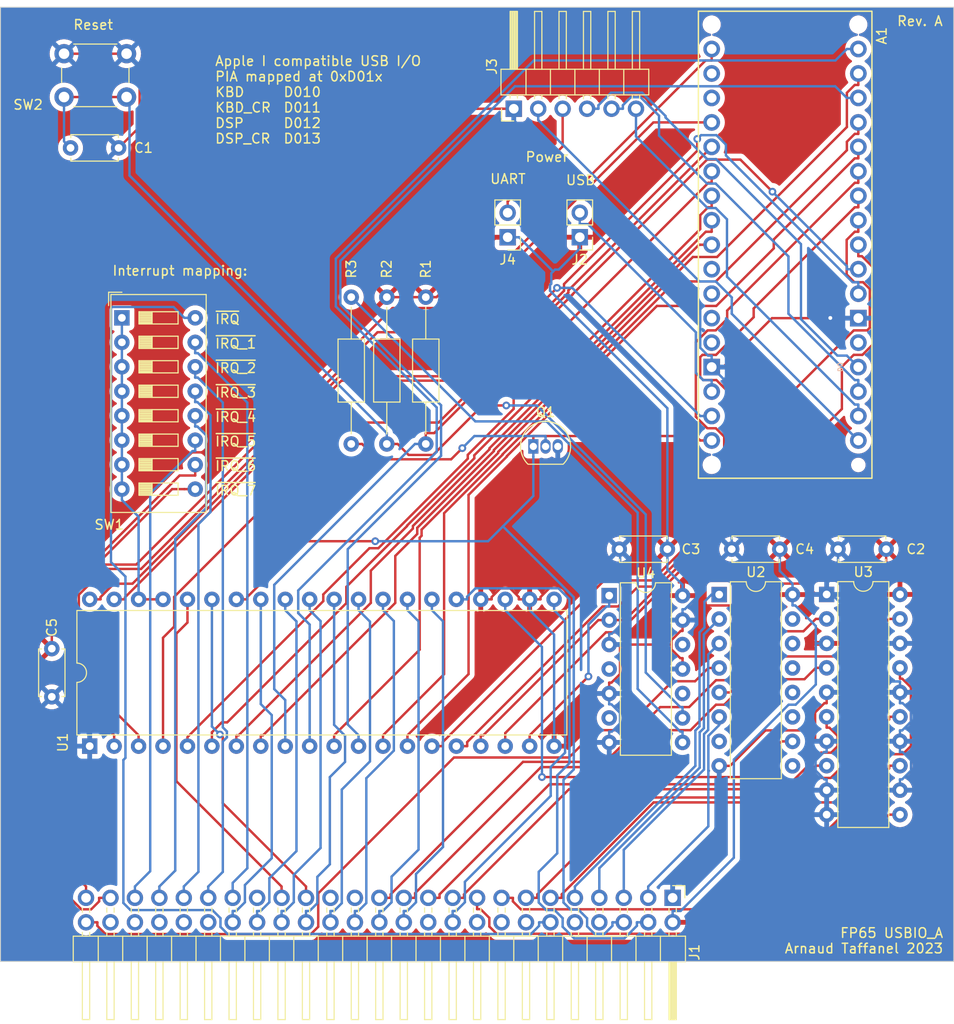
<source format=kicad_pcb>
(kicad_pcb (version 20221018) (generator pcbnew)
  (layers (0 "F.Cu" signal) (31 "B.Cu" signal) (34 "B.Paste" user) (35 "F.Paste" user) (36 "B.SilkS" user "B.Silkscreen") (37 "F.SilkS" user "F.Silkscreen") (38 "B.Mask" user) (39 "F.Mask" user) (44 "Edge.Cuts" user))
  (net 0 "")
  (net 3 "/KBD_1")
  (net 4 "/KBD_2")
  (net 5 "/KBD_3")
  (net 6 "/KBD_4")
  (net 7 "/KBD_5")
  (net 8 "/KBD_6")
  (net 10 "/UART_RX")
  (net 11 "/UART_TX")
  (net 12 "/KBD_~{RDA}")
  (net 13 "/KBD_7")
  (net 14 "/DSP_~{RDA}")
  (net 15 "/DSP_DA")
  (net 16 "/DSP_6")
  (net 17 "/DSP_5")
  (net 18 "/DSP_4")
  (net 19 "/DSP_3")
  (net 20 "/DSP_2")
  (net 21 "/DSP_1")
  (net 22 "/DSP_0")
  (net 23 "/KBD_0")
  (net 24 "/KBD_STROBE")
  (net 25 "/UART_RTS")
  (net 26 "/UART_CTS")
  (net 27 "Net-(J2-Pin_2)")
  (net 30 "Net-(C1-Pad1)")
  (net 31 "Net-(J3-Pin_3)")
  (net 32 "Net-(Q1-B)")
  (net 33 "Net-(R3-Pad1)")
  (net 34 "Net-(U1-CB2)")
  (net 35 "/A15")
  (net 37 "/A14")
  (net 39 "/A13")
  (net 41 "/A12")
  (net 43 "/A11")
  (net 44 "/~{IRQ}")
  (net 45 "/A10")
  (net 47 "/A9")
  (net 49 "/A8")
  (net 51 "/A7")
  (net 53 "/A6")
  (net 55 "/A5")
  (net 56 "/D7")
  (net 57 "/A4")
  (net 58 "/D6")
  (net 59 "/A3")
  (net 60 "/D5")
  (net 61 "/A2")
  (net 62 "/D4")
  (net 63 "/A1")
  (net 64 "/D3")
  (net 65 "/A0")
  (net 66 "/D2")
  (net 68 "/D1")
  (net 69 "/~{IRQ_1}")
  (net 70 "/D0")
  (net 71 "/~{IRQ_2}")
  (net 73 "/~{IRQ_3}")
  (net 75 "/~{IRQ_4}")
  (net 77 "/~{IRQ_5}")
  (net 79 "/~{IRQ_6}")
  (net 81 "/~{IRQ_7}")
  (net 82 "/~{BUS_SEL}")
  (net 83 "/~{PIA_IRQ}")
  (net 84 "GND")
  (net 86 "VCC")
  (net 87 "/R{slash}~{W}")
  (net 88 "/~{CS}")
  (net 89 "/CLK")
  (net 90 "/~{RES}")
  (net 91 "Net-(U2-~{E1})")
  (footprint "Capacitor_THT:C_Disc_D4.7mm_W2.5mm_P5.00mm" (layer "F.Cu") (at 117.134 57.531)
    (fp_text reference "C1")
    (fp_text value "C")
  )
  (footprint "Connector_PinHeader_2.54mm:PinHeader_2x25_P2.54mm_Horizontal" (layer "F.Cu") (at 179.705 135.382 -90)
    (fp_text reference "J1")
    (fp_text value "~")
  )
  (footprint "Capacitor_THT:C_Disc_D4.7mm_W2.5mm_P5.00mm" (layer "F.Cu") (at 190.841 99.187 180)
    (fp_text reference "C4")
    (fp_text value "C")
  )
  (footprint "Package_DIP:DIP-20_W7.62mm" (layer "F.Cu") (at 195.707 103.886)
    (fp_text reference "U3")
    (fp_text value "74HC688")
  )
  (footprint "Resistor_THT:R_Axial_DIN0207_L6.3mm_D2.5mm_P15.24mm_Horizontal" (layer "F.Cu") (at 146.304 73.025 -90)
    (fp_text reference "R3")
    (fp_text value "10K")
  )
  (footprint "Package_DIP:DIP-14_W7.62mm" (layer "F.Cu") (at 173.111 104.008)
    (fp_text reference "U4")
    (fp_text value "74HC14")
  )
  (footprint "Button_Switch_THT:SW_DIP_SPSTx08_Slide_9.78x22.5mm_W7.62mm_P2.54mm" (layer "F.Cu") (at 122.4705 75.174)
    (fp_text reference "SW1")
    (fp_text value "SW_DIP_x08")
  )
  (footprint "Package_TO_SOT_THT:TO-92_Inline" (layer "F.Cu") (at 165.227 88.519)
    (fp_text reference "Q1")
    (fp_text value "BC547")
  )
  (footprint "Resistor_THT:R_Axial_DIN0207_L6.3mm_D2.5mm_P15.24mm_Horizontal" (layer "F.Cu") (at 154.051 73.025 -90)
    (fp_text reference "R1")
    (fp_text value "10K")
  )
  (footprint "Connector_PinHeader_2.54mm:PinHeader_1x02_P2.54mm_Vertical" (layer "F.Cu") (at 162.56 66.807 180)
    (fp_text reference "J4")
    (fp_text value "Conn_01x02")
  )
  (footprint "Button_Switch_THT:SW_PUSH_6mm" (layer "F.Cu") (at 116.459 47.752)
    (fp_text reference "SW2")
    (fp_text value "SW_Push")
  )
  (footprint "Connector_PinHeader_2.54mm:PinHeader_1x06_P2.54mm_Horizontal" (layer "F.Cu") (at 163.195 53.467 90)
    (fp_text reference "J3")
    (fp_text value "Conn_01x06")
  )
  (footprint "Capacitor_THT:C_Disc_D4.7mm_W2.5mm_P5.00mm" (layer "F.Cu") (at 201.89 99.187 180)
    (fp_text reference "C2")
    (fp_text value "C")
  )
  (footprint "Capacitor_THT:C_Disc_D4.7mm_W2.5mm_P5.00mm" (layer "F.Cu") (at 115.189 109.514 -90)
    (fp_text reference "C5")
    (fp_text value "C")
  )
  (footprint "Package_DIP:DIP-40_W15.24mm" (layer "F.Cu") (at 119.126 119.634 90)
    (fp_text reference "U1")
    (fp_text value "W65C21SxP")
  )
  (footprint "Resistor_THT:R_Axial_DIN0207_L6.3mm_D2.5mm_P15.24mm_Horizontal" (layer "F.Cu") (at 150.001 73.025 -90)
    (fp_text reference "R2")
    (fp_text value "10K")
  )
  (footprint "Capacitor_THT:C_Disc_D4.7mm_W2.5mm_P5.00mm" (layer "F.Cu") (at 179.157 99.187 180)
    (fp_text reference "C3")
    (fp_text value "C")
  )
  (footprint "Package_DIP:DIP-16_W7.62mm" (layer "F.Cu") (at 184.541 103.901)
    (fp_text reference "U2")
    (fp_text value "74HC138")
  )
  (footprint "Connector_PinHeader_2.54mm:PinHeader_1x02_P2.54mm_Vertical" (layer "F.Cu") (at 170.053 66.802 180)
    (fp_text reference "J2")
    (fp_text value "Conn_01x02")
  )
  (footprint "PCM_arduino-library:Arduino_Micro_Socket" (layer "F.Cu") (at 182.38 43.3451 -90)
    (fp_text reference "A1")
    (fp_text value "Arduino_Micro_Socket")
  )
  (gr_rect (start 109.855 42.926) (end 208.915 141.986) (stroke (width 0.1)) (fill none) (layer "Edge.Cuts"))
  (gr_text "~{IRQ_6}" (at 132.08 90.551) (layer "F.SilkS") (effects (font (size 1 1)) (justify left)))
  (gr_text "FP65 USBIO_A\nArnaud Taffanel 2023" (at 207.899 141.224) (layer "F.SilkS") (effects (font (size 1 1)) (justify right bottom)))
  (gr_text "~{IRQ_4}" (at 132.08 85.471) (layer "F.SilkS") (effects (font (size 1 1)) (justify left)))
  (gr_text "USB" (at 168.529 61.468) (layer "F.SilkS") (effects (font (size 1 1)) (justify left bottom)))
  (gr_text "~{IRQ}" (at 132.08 75.311) (layer "F.SilkS") (effects (font (size 1 1)) (justify left)))
  (gr_text "Rev. A" (at 202.946 44.958) (layer "F.SilkS") (effects (font (size 1 1)) (justify left bottom)))
  (gr_text "~{IRQ_3}" (at 132.08 82.931) (layer "F.SilkS") (effects (font (size 1 1)) (justify left)))
  (gr_text "UART" (at 160.655 61.341) (layer "F.SilkS") (effects (font (size 1 1)) (justify left bottom)))
  (gr_text "Reset" (at 117.348 45.339) (layer "F.SilkS") (effects (font (size 1 1)) (justify left bottom)))
  (gr_text "Interrupt mapping:" (at 121.412 70.866) (layer "F.SilkS") (effects (font (size 1 1)) (justify left bottom)))
  (gr_text "Power" (at 164.338 59.055) (layer "F.SilkS") (effects (font (size 1 1)) (justify left bottom)))
  (gr_text "~{IRQ_7}" (at 132.08 93.091) (layer "F.SilkS") (effects (font (size 1 1)) (justify left)))
  (gr_text "~{IRQ_5}" (at 132.08 88.011) (layer "F.SilkS") (effects (font (size 1 1)) (justify left)))
  (gr_text "D010\nD011\nD012\nD013" (at 139.192 57.15) (layer "F.SilkS") (effects (font (size 1 1)) (justify left bottom)))
  (gr_text "Apple I compatible USB I/O\nPIA mapped at 0xD01x\nKBD\nKBD_CR\nDSP\nDSP_CR" (at 132.08 57.15) (layer "F.SilkS") (effects (font (size 1 1)) (justify left bottom)))
  (gr_text "~{IRQ_1}" (at 132.08 77.851) (layer "F.SilkS") (effects (font (size 1 1)) (justify left)))
  (gr_text "~{IRQ_2}" (at 132.08 80.391) (layer "F.SilkS") (effects (font (size 1 1)) (justify left)))
  (segment (start 149.0367 76.6654) (end 155.9235 76.6654) (width 0.25) (layer "F.Cu") (net 3))
  (segment (start 120.6808 101.239) (end 124.4631 101.239) (width 0.25) (layer "F.Cu") (net 3))
  (segment (start 117.9985 103.9213) (end 120.6808 101.239) (width 0.25) (layer "F.Cu") (net 3))
  (segment (start 124.206 118.5071) (end 117.9985 112.2996) (width 0.25) (layer "F.Cu") (net 3))
  (segment (start 124.206 119.634) (end 124.206 118.5071) (width 0.25) (layer "F.Cu") (net 3))
  (segment (start 124.4631 101.239) (end 149.0367 76.6654) (width 0.25) (layer "F.Cu") (net 3))
  (segment (start 117.9985 112.2996) (end 117.9985 103.9213) (width 0.25) (layer "F.Cu") (net 3))
  (segment (start 155.9235 76.6654) (end 177.7038 54.8851) (width 0.25) (layer "F.Cu") (net 3))
  (segment (start 177.7038 54.8851) (end 183.76 54.8851) (width 0.25) (layer "F.Cu") (net 3))
  (segment (start 168.868 72.3171) (end 183.76 57.4251) (width 0.25) (layer "F.Cu") (net 4))
  (segment (start 127.9063 107.2214) (end 127.9063 104.1384) (width 0.25) (layer "F.Cu") (net 4))
  (segment (start 155.3748 86.043) (end 168.868 72.5498) (width 0.25) (layer "F.Cu") (net 4))
  (segment (start 126.746 119.634) (end 126.746 108.3817) (width 0.25) (layer "F.Cu") (net 4))
  (segment (start 126.746 108.3817) (end 127.9063 107.2214) (width 0.25) (layer "F.Cu") (net 4))
  (segment (start 168.868 72.5498) (end 168.868 72.3171) (width 0.25) (layer "F.Cu") (net 4))
  (segment (start 127.9063 104.1384) (end 146.0017 86.043) (width 0.25) (layer "F.Cu") (net 4))
  (segment (start 146.0017 86.043) (end 155.3748 86.043) (width 0.25) (layer "F.Cu") (net 4))
  (segment (start 129.286 119.634) (end 129.286 118.6943) (width 0.25) (layer "F.Cu") (net 5))
  (segment (start 143.3991 104.5812) (end 129.286 118.6943) (width 0.25) (layer "F.Cu") (net 5))
  (segment (start 158.4143 89.794) (end 149.1201 99.0882) (width 0.25) (layer "F.Cu") (net 5))
  (segment (start 183.76 59.9651) (end 183.76 61.1556) (width 0.25) (layer "F.Cu") (net 5))
  (segment (start 149.1201 99.0882) (end 149.1201 99.0883) (width 0.25) (layer "F.Cu") (net 5))
  (segment (start 143.3991 103.8812) (end 143.3991 104.5812) (width 0.25) (layer "F.Cu") (net 5))
  (segment (start 163.1834 81.3807) (end 163.1834 84.624) (width 0.25) (layer "F.Cu") (net 5))
  (segment (start 163.1834 84.624) (end 158.4143 89.3931) (width 0.25) (layer "F.Cu") (net 5))
  (segment (start 148.192 99.0883) (end 143.3991 103.8812) (width 0.25) (layer "F.Cu") (net 5))
  (segment (start 183.4085 61.1556) (end 163.1834 81.3807) (width 0.25) (layer "F.Cu") (net 5))
  (segment (start 183.76 61.1556) (end 183.4085 61.1556) (width 0.25) (layer "F.Cu") (net 5))
  (segment (start 149.1201 99.0883) (end 148.192 99.0883) (width 0.25) (layer "F.Cu") (net 5))
  (segment (start 158.4143 89.3931) (end 158.4143 89.794) (width 0.25) (layer "F.Cu") (net 5))
  (segment (start 159.0913 89.7561) (end 152.1009 96.7465) (width 0.25) (layer "F.Cu") (net 6))
  (segment (start 182.5695 64.514) (end 182.5695 65.9593) (width 0.25) (layer "F.Cu") (net 6))
  (segment (start 183.3879 63.6956) (end 182.5695 64.514) (width 0.25) (layer "F.Cu") (net 6))
  (segment (start 183.76 63.6956) (end 183.3879 63.6956) (width 0.25) (layer "F.Cu") (net 6))
  (segment (start 183.76 62.5051) (end 183.76 63.6956) (width 0.25) (layer "F.Cu") (net 6))
  (segment (start 152.1009 96.7918) (end 145.796 103.0967) (width 0.25) (layer "F.Cu") (net 6))
  (segment (start 152.1009 96.7465) (end 152.1009 96.7918) (width 0.25) (layer "F.Cu") (net 6))
  (segment (start 145.796 103.0967) (end 145.796 104.786) (width 0.25) (layer "F.Cu") (net 6))
  (segment (start 182.5695 65.9593) (end 159.0913 89.4375) (width 0.25) (layer "F.Cu") (net 6))
  (segment (start 131.826 118.1932) (end 131.826 119.634) (width 0.25) (layer "F.Cu") (net 6))
  (segment (start 159.0913 89.4375) (end 159.0913 89.7561) (width 0.25) (layer "F.Cu") (net 6))
  (segment (start 133.4155 117.1665) (end 132.8527 117.1665) (width 0.25) (layer "F.Cu") (net 6))
  (segment (start 132.8527 117.1665) (end 131.826 118.1932) (width 0.25) (layer "F.Cu") (net 6))
  (segment (start 145.796 104.786) (end 133.4155 117.1665) (width 0.25) (layer "F.Cu") (net 6))
  (segment (start 148.3375 101.4202) (end 152.7118 97.0459) (width 0.25) (layer "F.Cu") (net 7))
  (segment (start 134.5995 118.5071) (end 148.3375 104.7691) (width 0.25) (layer "F.Cu") (net 7))
  (segment (start 152.7118 97.0459) (end 152.7118 96.7812) (width 0.25) (layer "F.Cu") (net 7))
  (segment (start 152.7118 96.7812) (end 160.6738 88.8192) (width 0.25) (layer "F.Cu") (net 7))
  (segment (start 183.76 65.0451) (end 183.76 66.2356) (width 0.25) (layer "F.Cu") (net 7))
  (segment (start 160.6738 88.8192) (end 160.6738 88.7051) (width 0.25) (layer "F.Cu") (net 7))
  (segment (start 134.366 118.5071) (end 134.5995 118.5071) (width 0.25) (layer "F.Cu") (net 7))
  (segment (start 148.3375 104.7691) (end 148.3375 101.4202) (width 0.25) (layer "F.Cu") (net 7))
  (segment (start 134.366 119.634) (end 134.366 118.5071) (width 0.25) (layer "F.Cu") (net 7))
  (segment (start 160.6738 88.7051) (end 183.1433 66.2356) (width 0.25) (layer "F.Cu") (net 7))
  (segment (start 183.1433 66.2356) (end 183.76 66.2356) (width 0.25) (layer "F.Cu") (net 7))
  (segment (start 150.882 99.8892) (end 153.1638 97.6074) (width 0.25) (layer "F.Cu") (net 8))
  (segment (start 161.1257 88.8987) (end 182.4393 67.5851) (width 0.25) (layer "F.Cu") (net 8))
  (segment (start 136.906 118.5071) (end 137.1395 118.5071) (width 0.25) (layer "F.Cu") (net 8))
  (segment (start 136.906 119.634) (end 136.906 118.5071) (width 0.25) (layer "F.Cu") (net 8))
  (segment (start 153.1638 96.9683) (end 161.1257 89.0064) (width 0.25) (layer "F.Cu") (net 8))
  (segment (start 150.882 104.7646) (end 150.882 99.8892) (width 0.25) (layer "F.Cu") (net 8))
  (segment (start 182.4393 67.5851) (end 182.5695 67.5851) (width 0.25) (layer "F.Cu") (net 8))
  (segment (start 183.76 67.5851) (end 182.5695 67.5851) (width 0.25) (layer "F.Cu") (net 8))
  (segment (start 137.1395 118.5071) (end 150.882 104.7646) (width 0.25) (layer "F.Cu") (net 8))
  (segment (start 161.1257 89.0064) (end 161.1257 88.8987) (width 0.25) (layer "F.Cu") (net 8))
  (segment (start 153.1638 97.6074) (end 153.1638 96.9683) (width 0.25) (layer "F.Cu") (net 8))
  (segment (start 178.967 54.3734) (end 183.2888 58.6952) (width 0.25) (layer "B.Cu") (net 10))
  (segment (start 193.04 75.311) (end 196.8236 79.0946) (width 0.25) (layer "B.Cu") (net 10))
  (segment (start 176.5395 51.7948) (end 178.967 54.2223) (width 0.25) (layer "B.Cu") (net 10))
  (segment (start 171.9919 53.1012) (end 173.2983 51.7948) (width 0.25) (layer "B.Cu") (net 10))
  (segment (start 196.8236 79.0946) (end 197.8095 79.0946) (width 0.25) (layer "B.Cu") (net 10))
  (segment (start 197.8095 79.0946) (end 199 80.2851) (width 0.25) (layer "B.Cu") (net 10))
  (segment (start 171.9919 53.467) (end 171.9919 53.1012) (width 0.25) (layer "B.Cu") (net 10))
  (segment (start 193.04 67.5236) (end 193.04 75.311) (width 0.25) (layer "B.Cu") (net 10))
  (segment (start 178.967 54.2223) (end 178.967 54.3734) (width 0.25) (layer "B.Cu") (net 10))
  (segment (start 184.2116 58.6952) (end 193.04 67.5236) (width 0.25) (layer "B.Cu") (net 10))
  (segment (start 170.815 53.467) (end 171.9919 53.467) (width 0.25) (layer "B.Cu") (net 10))
  (segment (start 173.2983 51.7948) (end 176.5395 51.7948) (width 0.25) (layer "B.Cu") (net 10))
  (segment (start 183.2888 58.6952) (end 184.2116 58.6952) (width 0.25) (layer "B.Cu") (net 10))
  (segment (start 176.3671 52.2691) (end 175.364 52.2691) (width 0.25) (layer "B.Cu") (net 11))
  (segment (start 173.355 53.467) (end 174.5319 53.467) (width 0.25) (layer "B.Cu") (net 11))
  (segment (start 174.5319 53.1012) (end 174.5319 53.467) (width 0.25) (layer "B.Cu") (net 11))
  (segment (start 175.364 52.2691) (end 174.5319 53.1012) (width 0.25) (layer "B.Cu") (net 11))
  (segment (start 184.1751 61.2351) (end 183.2756 61.2351) (width 0.25) (layer "B.Cu") (net 11))
  (segment (start 178.2898 54.1918) (end 176.3671 52.2691) (width 0.25) (layer "B.Cu") (net 11))
  (segment (start 191.7392 68.7992) (end 184.1751 61.2351) (width 0.25) (layer "B.Cu") (net 11))
  (segment (start 198.628 81.6346) (end 191.7392 74.7458) (width 0.25) (layer "B.Cu") (net 11))
  (segment (start 178.2898 56.2493) (end 178.2898 54.1918) (width 0.25) (layer "B.Cu") (net 11))
  (segment (start 199 81.6346) (end 198.628 81.6346) (width 0.25) (layer "B.Cu") (net 11))
  (segment (start 191.7392 74.7458) (end 191.7392 68.7992) (width 0.25) (layer "B.Cu") (net 11))
  (segment (start 199 82.8251) (end 199 81.6346) (width 0.25) (layer "B.Cu") (net 11))
  (segment (start 183.2756 61.2351) (end 178.2898 56.2493) (width 0.25) (layer "B.Cu") (net 11))
  (segment (start 145.2877 81.6926) (end 159.0861 81.6926) (width 0.25) (layer "F.Cu") (net 12))
  (segment (start 122.7929 104.1874) (end 145.2877 81.6926) (width 0.25) (layer "F.Cu") (net 12))
  (segment (start 168.4161 71.6677) (end 182.2638 57.82) (width 0.25) (layer "F.Cu") (net 12))
  (segment (start 159.0861 81.6926) (end 168.4161 72.3626) (width 0.25) (layer "F.Cu") (net 12))
  (segment (start 122.7929 104.394) (end 122.7929 104.1874) (width 0.25) (layer "F.Cu") (net 12))
  (segment (start 182.2638 57.82) (end 182.2638 56.6021) (width 0.25) (layer "F.Cu") (net 12))
  (segment (start 121.666 104.394) (end 122.7929 104.394) (width 0.25) (layer "F.Cu") (net 12))
  (segment (start 168.4161 72.3626) (end 168.4161 71.6677) (width 0.25) (layer "F.Cu") (net 12))
  (via (at 182.2638 56.6021) (size 0.8) (drill 0.4) (layers "F.Cu" "B.Cu") (net 12))
  (segment (start 199 72.6651) (end 199 71.4746) (width 0.25) (layer "B.Cu") (net 12))
  (segment (start 184.2599 56.21) (end 182.6559 56.21) (width 0.25) (layer "B.Cu") (net 12))
  (segment (start 198.4047 71.4746) (end 185.2412 58.3111) (width 0.25) (layer "B.Cu") (net 12))
  (segment (start 185.2412 58.3111) (end 185.2412 57.1913) (width 0.25) (layer "B.Cu") (net 12))
  (segment (start 185.2412 57.1913) (end 184.2599 56.21) (width 0.25) (layer "B.Cu") (net 12))
  (segment (start 182.6559 56.21) (end 182.2638 56.6021) (width 0.25) (layer "B.Cu") (net 12))
  (segment (start 199 71.4746) (end 198.4047 71.4746) (width 0.25) (layer "B.Cu") (net 12))
  (segment (start 183.2807 58.7479) (end 186.7439 58.7479) (width 0.25) (layer "F.Cu") (net 13))
  (segment (start 154.9188 87.1381) (end 169.3199 72.737) (width 0.25) (layer "F.Cu") (net 13))
  (segment (start 154.051 88.265) (end 154.051 87.1381) (width 0.25) (layer "F.Cu") (net 13))
  (segment (start 154.051 87.1381) (end 154.9188 87.1381) (width 0.25) (layer "F.Cu") (net 13))
  (segment (start 169.3199 72.737) (end 169.3199 72.7087) (width 0.25) (layer "F.Cu") (net 13))
  (segment (start 169.3199 72.7087) (end 183.2807 58.7479) (width 0.25) (layer "F.Cu") (net 13))
  (segment (start 186.7439 58.7479) (end 190.0723 62.0763) (width 0.25) (layer "F.Cu") (net 13))
  (via (at 190.0723 62.0763) (size 0.8) (drill 0.4) (layers "F.Cu" "B.Cu") (net 13))
  (segment (start 197.8095 70.1251) (end 197.8095 69.8135) (width 0.25) (layer "B.Cu") (net 13))
  (segment (start 138.3023 102.8868) (end 138.3023 113.7091) (width 0.25) (layer "B.Cu") (net 13))
  (segment (start 139.446 119.634) (end 139.446 118.5071) (width 0.25) (layer "B.Cu") (net 13))
  (segment (start 139.446 114.8528) (end 139.446 118.5071) (width 0.25) (layer "B.Cu") (net 13))
  (segment (start 199 70.1251) (end 197.8095 70.1251) (width 0.25) (layer "B.Cu") (net 13))
  (segment (start 138.3023 113.7091) (end 139.446 114.8528) (width 0.25) (layer "B.Cu") (net 13))
  (segment (start 152.9241 88.265) (end 138.3023 102.8868) (width 0.25) (layer "B.Cu") (net 13))
  (segment (start 197.8095 69.8135) (end 190.0723 62.0763) (width 0.25) (layer "B.Cu") (net 13))
  (segment (start 154.051 88.265) (end 152.9241 88.265) (width 0.25) (layer "B.Cu") (net 13))
  (segment (start 174.1016 107.818) (end 197.2909 84.6287) (width 0.25) (layer "F.Cu") (net 14))
  (segment (start 199 67.5851) (end 199 68.7756) (width 0.25) (layer "F.Cu") (net 14))
  (segment (start 162.306 119.634) (end 162.306 118.2807) (width 0.25) (layer "F.Cu") (net 14))
  (segment (start 200.6424 70.046) (end 199.372 68.7756) (width 0.25) (layer "F.Cu") (net 14))
  (segment (start 162.306 118.2807) (end 172.7687 107.818) (width 0.25) (layer "F.Cu") (net 14))
  (segment (start 197.2909 80.2412) (end 198.517 79.0151) (width 0.25) (layer "F.Cu") (net 14))
  (segment (start 200.6424 77.7975) (end 200.6424 70.046) (width 0.25) (layer "F.Cu") (net 14))
  (segment (start 172.7687 107.818) (end 174.1016 107.818) (width 0.25) (layer "F.Cu") (net 14))
  (segment (start 198.517 79.0151) (end 199.4248 79.0151) (width 0.25) (layer "F.Cu") (net 14))
  (segment (start 199.372 68.7756) (end 199 68.7756) (width 0.25) (layer "F.Cu") (net 14))
  (segment (start 199.4248 79.0151) (end 200.6424 77.7975) (width 0.25) (layer "F.Cu") (net 14))
  (segment (start 197.2909 84.6287) (end 197.2909 80.2412) (width 0.25) (layer "F.Cu") (net 14))
  (segment (start 174.7325 106.548) (end 173.111 106.548) (width 0.25) (layer "F.Cu") (net 15))
  (segment (start 197.7881 67.0755) (end 197.7881 70.6702) (width 0.25) (layer "F.Cu") (net 15))
  (segment (start 159.766 119.634) (end 159.766 118.5071) (width 0.25) (layer "F.Cu") (net 15))
  (segment (start 197.7881 70.6702) (end 198.5925 71.4746) (width 0.25) (layer "F.Cu") (net 15))
  (segment (start 185.9618 89.0394) (end 185.9618 95.3187) (width 0.25) (layer "F.Cu") (net 15))
  (segment (start 200.1905 76.2041) (end 199.9196 76.475) (width 0.25) (layer "F.Cu") (net 15))
  (segment (start 198.5925 71.4746) (end 199.4931 71.4746) (width 0.25) (layer "F.Cu") (net 15))
  (segment (start 199.4931 71.4746) (end 200.1905 72.172) (width 0.25) (layer "F.Cu") (net 15))
  (segment (start 160.025 118.5071) (end 159.766 118.5071) (width 0.25) (layer "F.Cu") (net 15))
  (segment (start 199 66.2356) (end 198.628 66.2356) (width 0.25) (layer "F.Cu") (net 15))
  (segment (start 185.9618 95.3187) (end 174.7325 106.548) (width 0.25) (layer "F.Cu") (net 15))
  (segment (start 198.628 66.2356) (end 197.7881 67.0755) (width 0.25) (layer "F.Cu") (net 15))
  (segment (start 199 65.0451) (end 199 66.2356) (width 0.25) (layer "F.Cu") (net 15))
  (segment (start 199.9196 76.475) (end 198.5262 76.475) (width 0.25) (layer "F.Cu") (net 15))
  (segment (start 200.1905 72.172) (end 200.1905 76.2041) (width 0.25) (layer "F.Cu") (net 15))
  (segment (start 173.111 106.548) (end 171.9841 106.548) (width 0.25) (layer "F.Cu") (net 15))
  (segment (start 198.5262 76.475) (end 185.9618 89.0394) (width 0.25) (layer "F.Cu") (net 15))
  (segment (start 171.9841 106.548) (end 160.025 118.5071) (width 0.25) (layer "F.Cu") (net 15))
  (segment (start 176.1088 103.0725) (end 176.1088 103.0724) (width 0.25) (layer "F.Cu") (net 16))
  (segment (start 182.5695 81.3143) (end 182.5695 79.2477) (width 0.25) (layer "F.Cu") (net 16))
  (segment (start 176.1088 103.0724) (end 177.569 103.0724) (width 0.25) (layer "F.Cu") (net 16))
  (segment (start 182.5695 79.2477) (end 182.802 79.0152) (width 0.25) (layer "F.Cu") (net 16))
  (segment (start 158.3529 119.2114) (end 172.4294 105.1349) (width 0.25) (layer "F.Cu") (net 16))
  (segment (start 199 62.5051) (end 199 63.6956) (width 0.25) (layer "F.Cu") (net 16))
  (segment (start 184.2531 81.6346) (end 182.8898 81.6346) (width 0.25) (layer "F.Cu") (net 16))
  (segment (start 157.226 119.634) (end 158.3529 119.634) (width 0.25) (layer "F.Cu") (net 16))
  (segment (start 182.8898 81.6346) (end 182.5695 81.3143) (width 0.25) (layer "F.Cu") (net 16))
  (segment (start 177.569 103.0724) (end 185.5099 95.1315) (width 0.25) (layer "F.Cu") (net 16))
  (segment (start 174.0464 105.1349) (end 176.1088 103.0725) (width 0.25) (layer "F.Cu") (net 16))
  (segment (start 198.63 63.6956) (end 199 63.6956) (width 0.25) (layer "F.Cu") (net 16))
  (segment (start 172.4294 105.1349) (end 174.0464 105.1349) (width 0.25) (layer "F.Cu") (net 16))
  (segment (start 184.2154 79.0152) (end 188.1243 75.1063) (width 0.25) (layer "F.Cu") (net 16))
  (segment (start 185.5099 82.8914) (end 184.2531 81.6346) (width 0.25) (layer "F.Cu") (net 16))
  (segment (start 185.5099 95.1315) (end 185.5099 82.8914) (width 0.25) (layer "F.Cu") (net 16))
  (segment (start 188.1243 74.2013) (end 198.63 63.6956) (width 0.25) (layer "F.Cu") (net 16))
  (segment (start 188.1243 75.1063) (end 188.1243 74.2013) (width 0.25) (layer "F.Cu") (net 16))
  (segment (start 158.3529 119.634) (end 158.3529 119.2114) (width 0.25) (layer "F.Cu") (net 16))
  (segment (start 182.802 79.0152) (end 184.2154 79.0152) (width 0.25) (layer "F.Cu") (net 16))
  (segment (start 177.5716 102.4307) (end 185.058 94.9443) (width 0.25) (layer "F.Cu") (net 17))
  (segment (start 182.1126 85.4358) (end 182.1126 77.7008) (width 0.25) (layer "F.Cu") (net 17))
  (segment (start 185.058 94.9443) (end 185.058 87.5033) (width 0.25) (layer "F.Cu") (net 17))
  (segment (start 154.686 119.634) (end 155.8129 119.634) (width 0.25) (layer "F.Cu") (net 17))
  (segment (start 155.8129 119.2114) (end 172.5936 102.4307) (width 0.25) (layer "F.Cu") (net 17))
  (segment (start 184.1898 86.6351) (end 183.3119 86.6351) (width 0.25) (layer "F.Cu") (net 17))
  (segment (start 182.1126 77.7008) (end 183.3383 76.4751) (width 0.25) (layer "F.Cu") (net 17))
  (segment (start 199 59.9651) (end 199 61.1556) (width 0.25) (layer "F.Cu") (net 17))
  (segment (start 183.3383 76.4751) (end 184.1775 76.4751) (width 0.25) (layer "F.Cu") (net 17))
  (segment (start 172.5936 102.4307) (end 177.5716 102.4307) (width 0.25) (layer "F.Cu") (net 17))
  (segment (start 185.058 87.5033) (end 184.1898 86.6351) (width 0.25) (layer "F.Cu") (net 17))
  (segment (start 198.63 61.1556) (end 199 61.1556) (width 0.25) (layer "F.Cu") (net 17))
  (segment (start 155.8129 119.634) (end 155.8129 119.2114) (width 0.25) (layer "F.Cu") (net 17))
  (segment (start 183.3119 86.6351) (end 182.1126 85.4358) (width 0.25) (layer "F.Cu") (net 17))
  (segment (start 184.1775 76.4751) (end 185.3704 75.2822) (width 0.25) (layer "F.Cu") (net 17))
  (segment (start 185.3704 75.2822) (end 185.3704 74.4152) (width 0.25) (layer "F.Cu") (net 17))
  (segment (start 185.3704 74.4152) (end 198.63 61.1556) (width 0.25) (layer "F.Cu") (net 17))
  (segment (start 178.0735 73.9351) (end 184.2423 73.9351) (width 0.25) (layer "F.Cu") (net 18))
  (segment (start 198.6279 58.6156) (end 199 58.6156) (width 0.25) (layer "F.Cu") (net 18))
  (segment (start 184.2423 73.9351) (end 190.2114 67.966) (width 0.25) (layer "F.Cu") (net 18))
  (segment (start 199 57.4251) (end 199 58.6156) (width 0.25) (layer "F.Cu") (net 18))
  (segment (start 152.146 119.634) (end 152.146 118.5071) (width 0.25) (layer "F.Cu") (net 18))
  (segment (start 162.4814 89.568) (end 162.4814 89.5272) (width 0.25) (layer "F.Cu") (net 18))
  (segment (start 158.496 112.1571) (end 158.496 93.5534) (width 0.25) (layer "F.Cu") (net 18))
  (segment (start 190.2114 67.0321) (end 198.6279 58.6156) (width 0.25) (layer "F.Cu") (net 18))
  (segment (start 152.146 118.5071) (end 158.496 112.1571) (width 0.25) (layer "F.Cu") (net 18))
  (segment (start 158.496 93.5534) (end 162.4814 89.568) (width 0.25) (layer "F.Cu") (net 18))
  (segment (start 190.2114 67.966) (end 190.2114 67.0321) (width 0.25) (layer "F.Cu") (net 18))
  (segment (start 162.4814 89.5272) (end 178.0735 73.9351) (width 0.25) (layer "F.Cu") (net 18))
  (segment (start 198.6279 56.0756) (end 199 56.0756) (width 0.25) (layer "F.Cu") (net 19))
  (segment (start 197.8095 56.894) (end 198.6279 56.0756) (width 0.25) (layer "F.Cu") (net 19))
  (segment (start 199 54.8851) (end 199 56.0756) (width 0.25) (layer "F.Cu") (net 19))
  (segment (start 162.0295 89.3808) (end 162.0295 89.34) (width 0.25) (layer "F.Cu") (net 19))
  (segment (start 155.956 95.4543) (end 162.0295 89.3808) (width 0.25) (layer "F.Cu") (net 19))
  (segment (start 197.8095 57.776) (end 197.8095 56.894) (width 0.25) (layer "F.Cu") (net 19))
  (segment (start 155.956 112.1571) (end 155.956 95.4543) (width 0.25) (layer "F.Cu") (net 19))
  (segment (start 162.0295 89.34) (end 179.9744 71.3951) (width 0.25) (layer "F.Cu") (net 19))
  (segment (start 149.606 118.5071) (end 155.956 112.1571) (width 0.25) (layer "F.Cu") (net 19))
  (segment (start 179.9744 71.3951) (end 184.1904 71.3951) (width 0.25) (layer "F.Cu") (net 19))
  (segment (start 149.606 119.634) (end 149.606 118.5071) (width 0.25) (layer "F.Cu") (net 19))
  (segment (start 184.1904 71.3951) (end 197.8095 57.776) (width 0.25) (layer "F.Cu") (net 19))
  (segment (start 147.066 118.5071) (end 145.9391 117.3802) (width 0.25) (layer "B.Cu") (net 20))
  (segment (start 163.3118 51.1342) (end 196.5986 51.1342) (width 0.25) (layer "B.Cu") (net 20))
  (segment (start 147.066 119.634) (end 147.066 118.5071) (width 0.25) (layer "B.Cu") (net 20))
  (segment (start 145.172 73.7822) (end 145.172 69.274) (width 0.25) (layer "B.Cu") (net 20))
  (segment (start 155.6388 84.249) (end 145.172 73.7822) (width 0.25) (layer "B.Cu") (net 20))
  (segment (start 145.9391 117.3802) (end 145.9391 99.1942) (width 0.25) (layer "B.Cu") (net 20))
  (segment (start 145.9391 99.1942) (end 155.6388 89.4945) (width 0.25) (layer "B.Cu") (net 20))
  (segment (start 196.5986 51.1342) (end 197.8095 52.3451) (width 0.25) (layer "B.Cu") (net 20))
  (segment (start 145.172 69.274) (end 163.3118 51.1342) (width 0.25) (layer "B.Cu") (net 20))
  (segment (start 155.6388 89.4945) (end 155.6388 84.249) (width 0.25) (layer "B.Cu") (net 20))
  (segment (start 199 52.3451) (end 197.8095 52.3451) (width 0.25) (layer "B.Cu") (net 20))
  (segment (start 161.5776 89.0859) (end 181.8084 68.8551) (width 0.25) (layer "F.Cu") (net 21))
  (segment (start 197.8095 55.3671) (end 197.8095 51.814) (width 0.25) (layer "F.Cu") (net 21))
  (segment (start 184.3215 68.8551) (end 197.8095 55.3671) (width 0.25) (layer "F.Cu") (net 21))
  (segment (start 153.416 109.6171) (end 153.416 97.9943) (width 0.25) (layer "F.Cu") (net 21))
  (segment (start 144.526 119.634) (end 144.526 118.5071) (width 0.25) (layer "F.Cu") (net 21))
  (segment (start 144.526 118.5071) (end 153.416 109.6171) (width 0.25) (layer "F.Cu") (net 21))
  (segment (start 161.5776 89.1936) (end 161.5776 89.0859) (width 0.25) (layer "F.Cu") (net 21))
  (segment (start 198.6279 50.9956) (end 199 50.9956) (width 0.25) (layer "F.Cu") (net 21))
  (segment (start 153.416 97.9943) (end 153.6157 97.7946) (width 0.25) (layer "F.Cu") (net 21))
  (segment (start 153.6157 97.7946) (end 153.6157 97.1555) (width 0.25) (layer "F.Cu") (net 21))
  (segment (start 197.8095 51.814) (end 198.6279 50.9956) (width 0.25) (layer "F.Cu") (net 21))
  (segment (start 199 49.8051) (end 199 50.9956) (width 0.25) (layer "F.Cu") (net 21))
  (segment (start 181.8084 68.8551) (end 184.3215 68.8551) (width 0.25) (layer "F.Cu") (net 21))
  (segment (start 153.6157 97.1555) (end 161.5776 89.1936) (width 0.25) (layer "F.Cu") (net 21))
  (segment (start 144.7042 73.9972) (end 144.7042 69.0253) (width 0.25) (layer "B.Cu") (net 22))
  (segment (start 155.1869 84.4799) (end 144.7042 73.9972) (width 0.25) (layer "B.Cu") (net 22))
  (segment (start 155.1869 89.0823) (end 155.1869 84.4799) (width 0.25) (layer "B.Cu") (net 22))
  (segment (start 140.7954 105.8256) (end 140.7954 103.4738) (width 0.25) (layer "B.Cu") (net 22))
  (segment (start 165.2739 48.4556) (end 196.619 48.4556) (width 0.25) (layer "B.Cu") (net 22))
  (segment (start 141.986 119.634) (end 141.986 107.0162) (width 0.25) (layer "B.Cu") (net 22))
  (segment (start 196.619 48.4556) (end 197.8095 47.2651) (width 0.25) (layer "B.Cu") (net 22))
  (segment (start 144.7042 69.0253) (end 165.2739 48.4556) (width 0.25) (layer "B.Cu") (net 22))
  (segment (start 141.986 107.0162) (end 140.7954 105.8256) (width 0.25) (layer "B.Cu") (net 22))
  (segment (start 199 47.2651) (end 197.8095 47.2651) (width 0.25) (layer "B.Cu") (net 22))
  (segment (start 140.7954 103.4738) (end 155.1869 89.0823) (width 0.25) (layer "B.Cu") (net 22))
  (segment (start 150.5928 74.1519) (end 123.9589 100.7858) (width 0.25) (layer "F.Cu") (net 23))
  (segment (start 183.76 48.4556) (end 183.1273 48.4556) (width 0.25) (layer "F.Cu") (net 23))
  (segment (start 120.4949 100.7858) (end 117.5466 103.7341) (width 0.25) (layer "F.Cu") (net 23))
  (segment (start 123.9589 100.7858) (end 120.4949 100.7858) (width 0.25) (layer "F.Cu") (net 23))
  (segment (start 121.666 119.634) (end 121.666 118.5071) (width 0.25) (layer "F.Cu") (net 23))
  (segment (start 157.431 74.1519) (end 150.5928 74.1519) (width 0.25) (layer "F.Cu") (net 23))
  (segment (start 117.5466 114.3877) (end 121.666 118.5071) (width 0.25) (layer "F.Cu") (net 23))
  (segment (start 183.76 47.2651) (end 183.76 48.4556) (width 0.25) (layer "F.Cu") (net 23))
  (segment (start 117.5466 103.7341) (end 117.5466 114.3877) (width 0.25) (layer "F.Cu") (net 23))
  (segment (start 183.1273 48.4556) (end 157.431 74.1519) (width 0.25) (layer "F.Cu") (net 23))
  (segment (start 119.126 104.394) (end 120.2529 104.394) (width 0.25) (layer "F.Cu") (net 24))
  (segment (start 120.2529 104.1605) (end 121.6418 102.7716) (width 0.25) (layer "F.Cu") (net 24))
  (segment (start 120.2529 104.394) (end 120.2529 104.1605) (width 0.25) (layer "F.Cu") (net 24))
  (segment (start 158.5115 81.2392) (end 167.6892 72.0615) (width 0.25) (layer "F.Cu") (net 24))
  (segment (start 145.102 81.2392) (end 158.5115 81.2392) (width 0.25) (layer "F.Cu") (net 24))
  (segment (start 121.6418 102.7716) (end 123.5696 102.7716) (width 0.25) (layer "F.Cu") (net 24))
  (segment (start 123.5696 102.7716) (end 145.102 81.2392) (width 0.25) (layer "F.Cu") (net 24))
  (via (at 167.6892 72.0615) (size 0.8) (drill 0.4) (layers "F.Cu" "B.Cu") (net 24))
  (segment (start 183.76 85.3651) (end 182.5695 85.3651) (width 0.25) (layer "B.Cu") (net 24))
  (segment (start 169.2659 72.0615) (end 167.6892 72.0615) (width 0.25) (layer "B.Cu") (net 24))
  (segment (start 182.5695 85.3651) (end 169.2659 72.0615) (width 0.25) (layer "B.Cu") (net 24))
  (segment (start 165.735 53.467) (end 165.735 54.6439) (width 0.25) (layer "B.Cu") (net 25))
  (segment (start 184.1907 71.3951) (end 182.4862 71.3951) (width 0.25) (layer "B.Cu") (net 25))
  (segment (start 185.8477 74.7528) (end 185.8477 73.0521) (width 0.25) (layer "B.Cu") (net 25))
  (segment (start 182.4862 71.3951) (end 165.735 54.6439) (width 0.25) (layer "B.Cu") (net 25))
  (segment (start 199 87.9051) (end 185.8477 74.7528) (width 0.25) (layer "B.Cu") (net 25))
  (segment (start 185.8477 73.0521) (end 184.1907 71.3951) (width 0.25) (layer "B.Cu") (net 25))
  (segment (start 185.3502 64.9434) (end 184.1819 63.7751) (width 0.25) (layer "B.Cu") (net 26))
  (segment (start 183.3273 63.7751) (end 175.895 56.3428) (width 0.25) (layer "B.Cu") (net 26))
  (segment (start 175.895 56.3428) (end 175.895 53.467) (width 0.25) (layer "B.Cu") (net 26))
  (segment (start 198.628 84.1746) (end 185.3502 70.8968) (width 0.25) (layer "B.Cu") (net 26))
  (segment (start 185.3502 70.8968) (end 185.3502 64.9434) (width 0.25) (layer "B.Cu") (net 26))
  (segment (start 184.1819 63.7751) (end 183.3273 63.7751) (width 0.25) (layer "B.Cu") (net 26))
  (segment (start 199 85.3651) (end 199 84.1746) (width 0.25) (layer "B.Cu") (net 26))
  (segment (start 199 84.1746) (end 198.628 84.1746) (width 0.25) (layer "B.Cu") (net 26))
  (segment (start 170.8853 65.4389) (end 182.1161 76.6697) (width 0.25) (layer "B.Cu") (net 27))
  (segment (start 182.1161 80.8836) (end 182.8671 81.6346) (width 0.25) (layer "B.Cu") (net 27))
  (segment (start 170.053 65.4389) (end 170.8853 65.4389) (width 0.25) (layer "B.Cu") (net 27))
  (segment (start 183.76 82.8251) (end 183.76 81.6346) (width 0.25) (layer "B.Cu") (net 27))
  (segment (start 170.053 64.262) (end 170.053 65.4389) (width 0.25) (layer "B.Cu") (net 27))
  (segment (start 182.8671 81.6346) (end 183.76 81.6346) (width 0.25) (layer "B.Cu") (net 27))
  (segment (start 182.1161 76.6697) (end 182.1161 80.8836) (width 0.25) (layer "B.Cu") (net 27))
  (segment (start 154.8044 89.4042) (end 152.2671 89.4042) (width 0.25) (layer "F.Cu") (net 30))
  (segment (start 150.001 88.265) (end 151.1279 88.265) (width 0.25) (layer "F.Cu") (net 30))
  (segment (start 152.2671 89.4042) (end 151.1279 88.265) (width 0.25) (layer "F.Cu") (net 30))
  (segment (start 116.459 52.252) (end 122.959 52.252) (width 0.25) (layer "F.Cu") (net 30))
  (segment (start 159.9384 84.2702) (end 154.8044 89.4042) (width 0.25) (layer "F.Cu") (net 30))
  (segment (start 162.4156 84.2702) (end 159.9384 84.2702) (width 0.25) (layer "F.Cu") (net 30))
  (via (at 162.4156 84.2702) (size 0.8) (drill 0.4) (layers "F.Cu" "B.Cu") (net 30))
  (segment (start 150.001 88.265) (end 150.001 87.1381) (width 0.25) (layer "B.Cu") (net 30))
  (segment (start 176.9073 111.9909) (end 176.9073 95.583) (width 0.25) (layer "B.Cu") (net 30))
  (segment (start 117.134 57.531) (end 116.459 56.856) (width 0.25) (layer "B.Cu") (net 30))
  (segment (start 123.2609 60.398) (end 150.001 87.1381) (width 0.25) (layer "B.Cu") (net 30))
  (segment (start 123.2609 52.5539) (end 123.2609 60.398) (width 0.25) (layer "B.Cu") (net 30))
  (segment (start 165.5945 84.2702) (end 162.4156 84.2702) (width 0.25) (layer "B.Cu") (net 30))
  (segment (start 180.731 115.5811) (end 180.4975 115.5811) (width 0.25) (layer "B.Cu") (net 30))
  (segment (start 176.9073 95.583) (end 165.5945 84.2702) (width 0.25) (layer "B.Cu") (net 30))
  (segment (start 180.731 116.708) (end 180.731 115.5811) (width 0.25) (layer "B.Cu") (net 30))
  (segment (start 180.4975 115.5811) (end 176.9073 111.9909) (width 0.25) (layer "B.Cu") (net 30))
  (segment (start 116.459 56.856) (end 116.459 52.252) (width 0.25) (layer "B.Cu") (net 30))
  (segment (start 122.959 52.252) (end 123.2609 52.5539) (width 0.25) (layer "B.Cu") (net 30))
  (segment (start 168.275 57.3751) (end 168.275 53.467) (width 0.25) (layer "F.Cu") (net 31))
  (segment (start 162.56 64.267) (end 162.56 63.0901) (width 0.25) (layer "F.Cu") (net 31))
  (segment (start 162.56 63.0901) (end 168.275 57.3751) (width 0.25) (layer "F.Cu") (net 31))
  (segment (start 156.6859 89.8573) (end 149.0232 89.8573) (width 0.25) (layer "F.Cu") (net 32))
  (segment (start 149.0232 89.8573) (end 147.4309 88.265) (width 0.25) (layer "F.Cu") (net 32))
  (segment (start 146.304 88.265) (end 147.4309 88.265) (width 0.25) (layer "F.Cu") (net 32))
  (segment (start 157.8447 88.6985) (end 156.6859 89.8573) (width 0.25) (layer "F.Cu") (net 32))
  (via (at 157.8447 88.6985) (size 0.8) (drill 0.4) (layers "F.Cu" "B.Cu") (net 32))
  (segment (start 166.497 87.4421) (end 159.1011 87.4421) (width 0.25) (layer "B.Cu") (net 32))
  (segment (start 159.1011 87.4421) (end 157.8447 88.6985) (width 0.25) (layer "B.Cu") (net 32))
  (segment (start 166.497 88.519) (end 166.497 87.4421) (width 0.25) (layer "B.Cu") (net 32))
  (segment (start 180.4975 118.1211) (end 180.731 118.1211) (width 0.25) (layer "B.Cu") (net 33))
  (segment (start 176.0691 95.3887) (end 176.0691 113.6927) (width 0.25) (layer "B.Cu") (net 33))
  (segment (start 176.0691 113.6927) (end 180.4975 118.1211) (width 0.25) (layer "B.Cu") (net 33))
  (segment (start 166.6032 85.9228) (end 176.0691 95.3887) (width 0.25) (layer "B.Cu") (net 33))
  (segment (start 159.2018 85.9228) (end 166.6032 85.9228) (width 0.25) (layer "B.Cu") (net 33))
  (segment (start 146.304 73.025) (end 159.2018 85.9228) (width 0.25) (layer "B.Cu") (net 33))
  (segment (start 180.731 119.248) (end 180.731 118.1211) (width 0.25) (layer "B.Cu") (net 33))
  (segment (start 164.846 119.634) (end 164.846 118.5071) (width 0.25) (layer "F.Cu") (net 34))
  (segment (start 164.846 118.5071) (end 170.9522 112.4009) (width 0.25) (layer "F.Cu") (net 34))
  (via (at 170.9522 112.4009) (size 0.8) (drill 0.4) (layers "F.Cu" "B.Cu") (net 34))
  (segment (start 170.9522 107.012) (end 170.9522 112.4009) (width 0.25) (layer "B.Cu") (net 34))
  (segment (start 172.8293 105.1349) (end 170.9522 107.012) (width 0.25) (layer "B.Cu") (net 34))
  (segment (start 173.111 105.1349) (end 172.8293 105.1349) (width 0.25) (layer "B.Cu") (net 34))
  (segment (start 173.111 104.008) (end 173.111 105.1349) (width 0.25) (layer "B.Cu") (net 34))
  (segment (start 183.4141 122.245188) (end 183.4141 127.956) (width 0.25) (layer "B.Cu") (net 35))
  (segment (start 177.165 134.2051) (end 177.165 135.382) (width 0.25) (layer "B.Cu") (net 35))
  (segment (start 184.541 117.4461) (end 183.416 118.5711) (width 0.25) (layer "B.Cu") (net 35))
  (segment (start 183.467705 122.191583) (end 183.4141 122.245188) (width 0.25) (layer "B.Cu") (net 35))
  (segment (start 183.4141 127.956) (end 177.165 134.2051) (width 0.25) (layer "B.Cu") (net 35))
  (segment (start 183.416 122.139878) (end 183.467705 122.191583) (width 0.25) (layer "B.Cu") (net 35))
  (segment (start 183.416 118.5711) (end 183.416 122.139878) (width 0.25) (layer "B.Cu") (net 35))
  (segment (start 184.541 116.601) (end 184.541 117.4461) (width 0.25) (layer "B.Cu") (net 35))
  (segment (start 174.625 135.382) (end 174.625 130.397892) (width 0.25) (layer "B.Cu") (net 37))
  (segment (start 174.625 130.397892) (end 182.966 122.056892) (width 0.25) (layer "B.Cu") (net 37))
  (segment (start 183.399 117.951704) (end 183.399 110.123) (width 0.25) (layer "B.Cu") (net 37))
  (segment (start 182.966 118.384704) (end 183.399 117.951704) (width 0.25) (layer "B.Cu") (net 37))
  (segment (start 182.966 122.056892) (end 182.966 118.384704) (width 0.25) (layer "B.Cu") (net 37))
  (segment (start 183.399 110.123) (end 184.541 108.981) (width 0.25) (layer "B.Cu") (net 37))
  (segment (start 182.949 117.765308) (end 182.516 118.198308) (width 0.25) (layer "B.Cu") (net 39))
  (segment (start 182.516 118.198308) (end 182.516 121.870496) (width 0.25) (layer "B.Cu") (net 39))
  (segment (start 182.949 108.033) (end 182.949 117.765308) (width 0.25) (layer "B.Cu") (net 39))
  (segment (start 172.085 132.301496) (end 172.085 135.382) (width 0.25) (layer "B.Cu") (net 39))
  (segment (start 182.516 121.870496) (end 172.085 132.301496) (width 0.25) (layer "B.Cu") (net 39))
  (segment (start 184.541 106.441) (end 182.949 108.033) (width 0.25) (layer "B.Cu") (net 39))
  (segment (start 169.545 134.2051) (end 169.545 135.382) (width 0.25) (layer "B.Cu") (net 41))
  (segment (start 183.007 104.635) (end 183.007 107.315) (width 0.25) (layer "B.Cu") (net 41))
  (segment (start 183.007 107.315) (end 182.499 107.823) (width 0.25) (layer "B.Cu") (net 41))
  (segment (start 184.541 103.901) (end 183.741 103.901) (width 0.25) (layer "B.Cu") (net 41))
  (segment (start 182.066 118.011912) (end 182.066 121.6841) (width 0.25) (layer "B.Cu") (net 41))
  (segment (start 182.499 107.823) (end 182.499 117.578912) (width 0.25) (layer "B.Cu") (net 41))
  (segment (start 182.066 121.6841) (end 169.545 134.2051) (width 0.25) (layer "B.Cu") (net 41))
  (segment (start 183.741 103.901) (end 183.007 104.635) (width 0.25) (layer "B.Cu") (net 41))
  (segment (start 182.499 117.578912) (end 182.066 118.011912) (width 0.25) (layer "B.Cu") (net 41))
  (segment (start 197.2571 125.476) (end 202.2632 120.4699) (width 0.25) (layer "F.Cu") (net 43))
  (segment (start 203.327 111.506) (end 203.327 112.6329) (width 0.25) (layer "F.Cu") (net 43))
  (segment (start 177.7201 125.476) (end 197.2571 125.476) (width 0.25) (layer "F.Cu") (net 43))
  (segment (start 167.005 135.382) (end 168.1819 135.382) (width 0.25) (layer "F.Cu") (net 43))
  (segment (start 203.6156 120.4699) (end 204.4595 119.626) (width 0.25) (layer "F.Cu") (net 43))
  (segment (start 203.5605 112.6329) (end 203.327 112.6329) (width 0.25) (layer "F.Cu") (net 43))
  (segment (start 168.1819 135.0142) (end 177.7201 125.476) (width 0.25) (layer "F.Cu") (net 43))
  (segment (start 204.4595 119.626) (end 204.4595 113.5319) (width 0.25) (layer "F.Cu") (net 43))
  (segment (start 204.4595 113.5319) (end 203.5605 112.6329) (width 0.25) (layer "F.Cu") (net 43))
  (segment (start 168.1819 135.382) (end 168.1819 135.0142) (width 0.25) (layer "F.Cu") (net 43))
  (segment (start 202.2632 120.4699) (end 203.6156 120.4699) (width 0.25) (layer "F.Cu") (net 43))
  (segment (start 131.8759 136.652) (end 132.715 137.4911) (width 0.25) (layer "B.Cu") (net 44))
  (segment (start 128.9636 75.174) (end 127.8367 74.0471) (width 0.25) (layer "B.Cu") (net 44))
  (segment (start 167.005 137.922) (end 165.8281 137.922) (width 0.25) (layer "B.Cu") (net 44))
  (segment (start 133.4511 139.1307) (end 164.9852 139.1307) (width 0.25) (layer "B.Cu") (net 44))
  (segment (start 165.8281 138.2878) (end 165.8281 137.922) (width 0.25) (layer "B.Cu") (net 44))
  (segment (start 122.8407 120.8547) (end 122.6264 121.069) (width 0.25) (layer "B.Cu") (net 44))
  (segment (start 121.3373 100.5266) (end 122.8407 102.03) (width 0.25) (layer "B.Cu") (net 44))
  (segment (start 122.6264 121.069) (end 122.6264 135.9172) (width 0.25) (layer "B.Cu") (net 44))
  (segment (start 121.4464 74.0471) (end 121.3373 74.1562) (width 0.25) (layer "B.Cu") (net 44))
  (segment (start 132.715 138.3946) (end 133.4511 139.1307) (width 0.25) (layer "B.Cu") (net 44))
  (segment (start 132.715 137.4911) (end 132.715 138.3946) (width 0.25) (layer "B.Cu") (net 44))
  (segment (start 122.6264 135.9172) (end 123.3612 136.652) (width 0.25) (layer "B.Cu") (net 44))
  (segment (start 130.0905 75.174) (end 128.9636 75.174) (width 0.25) (layer "B.Cu") (net 44))
  (segment (start 122.8407 102.03) (end 122.8407 120.8547) (width 0.25) (layer "B.Cu") (net 44))
  (segment (start 127.8367 74.0471) (end 121.4464 74.0471) (width 0.25) (layer "B.Cu") (net 44))
  (segment (start 164.9852 139.1307) (end 165.8281 138.2878) (width 0.25) (layer "B.Cu") (net 44))
  (segment (start 121.3373 74.1562) (end 121.3373 100.5266) (width 0.25) (layer "B.Cu") (net 44))
  (segment (start 123.3612 136.652) (end 131.8759 136.652) (width 0.25) (layer "B.Cu") (net 44))
  (segment (start 164.465 135.382) (end 165.6419 135.382) (width 0.25) (layer "F.Cu") (net 45))
  (segment (start 192.553 124.9646) (end 194.5816 122.936) (width 0.25) (layer "F.Cu") (net 45))
  (segment (start 202.2001 116.8677) (end 202.2001 116.586) (width 0.25) (layer "F.Cu") (net 45))
  (segment (start 165.6419 135.382) (end 165.6419 135.0178) (width 0.25) (layer "F.Cu") (net 45))
  (segment (start 203.327 116.586) (end 202.2001 116.586) (width 0.25) (layer "F.Cu") (net 45))
  (segment (start 196.1318 122.936) (end 202.2001 116.8677) (width 0.25) (layer "F.Cu") (net 45))
  (segment (start 194.5816 122.936) (end 196.1318 122.936) (width 0.25) (layer "F.Cu") (net 45))
  (segment (start 175.6951 124.9646) (end 192.553 124.9646) (width 0.25) (layer "F.Cu") (net 45))
  (segment (start 165.6419 135.0178) (end 175.6951 124.9646) (width 0.25) (layer "F.Cu") (net 45))
  (segment (start 187.5752 136.5726) (end 163.9267 136.5726) (width 0.25) (layer "F.Cu") (net 47))
  (segment (start 163.9267 136.5726) (end 163.1019 135.7478) (width 0.25) (layer "F.Cu") (net 47))
  (segment (start 161.925 135.382) (end 163.1019 135.382) (width 0.25) (layer "F.Cu") (net 47))
  (segment (start 202.2001 121.666) (end 202.2001 121.9477) (width 0.25) (layer "F.Cu") (net 47))
  (segment (start 203.327 121.666) (end 202.2001 121.666) (width 0.25) (layer "F.Cu") (net 47))
  (segment (start 202.2001 121.9477) (end 187.5752 136.5726) (width 0.25) (layer "F.Cu") (net 47))
  (segment (start 163.1019 135.7478) (end 163.1019 135.382) (width 0.25) (layer "F.Cu") (net 47))
  (segment (start 159.385 135.382) (end 159.385 136.5589) (width 0.25) (layer "F.Cu") (net 49))
  (segment (start 160.655 138.3562) (end 160.655 137.4631) (width 0.25) (layer "F.Cu") (net 49))
  (segment (start 189.8369 139.1092) (end 161.408 139.1092) (width 0.25) (layer "F.Cu") (net 49))
  (segment (start 203.327 126.746) (end 202.2001 126.746) (width 0.25) (layer "F.Cu") (net 49))
  (segment (start 202.2001 126.746) (end 189.8369 139.1092) (width 0.25) (layer "F.Cu") (net 49))
  (segment (start 160.655 137.4631) (end 159.7508 136.5589) (width 0.25) (layer "F.Cu") (net 49))
  (segment (start 161.408 139.1092) (end 160.655 138.3562) (width 0.25) (layer "F.Cu") (net 49))
  (segment (start 159.7508 136.5589) (end 159.385 136.5589) (width 0.25) (layer "F.Cu") (net 49))
  (segment (start 195.707 121.666) (end 194.5801 121.666) (width 0.25) (layer "F.Cu") (net 51))
  (segment (start 168.9368 124.1078) (end 192.1383 124.1078) (width 0.25) (layer "F.Cu") (net 51))
  (segment (start 192.1383 124.1078) (end 194.5801 121.666) (width 0.25) (layer "F.Cu") (net 51))
  (segment (start 158.0219 135.0227) (end 168.9368 124.1078) (width 0.25) (layer "F.Cu") (net 51))
  (segment (start 156.845 135.382) (end 158.0219 135.382) (width 0.25) (layer "F.Cu") (net 51))
  (segment (start 158.0219 135.382) (end 158.0219 135.0227) (width 0.25) (layer "F.Cu") (net 51))
  (segment (start 196.8431 118.5673) (end 196.8431 119.6453) (width 0.25) (layer "F.Cu") (net 53))
  (segment (start 195.9887 117.7129) (end 196.8431 118.5673) (width 0.25) (layer "F.Cu") (net 53))
  (segment (start 196.8431 119.6453) (end 196.1785 120.3099) (width 0.25) (layer "F.Cu") (net 53))
  (segment (start 191.8442 123.5915) (end 166.9066 123.5915) (width 0.25) (layer "F.Cu") (net 53))
  (segment (start 195.1258 120.3099) (end 191.8442 123.5915) (width 0.25) (layer "F.Cu") (net 53))
  (segment (start 195.707 117.7129) (end 195.9887 117.7129) (width 0.25) (layer "F.Cu") (net 53))
  (segment (start 196.1785 120.3099) (end 195.1258 120.3099) (width 0.25) (layer "F.Cu") (net 53))
  (segment (start 195.707 116.586) (end 195.707 117.7129) (width 0.25) (layer "F.Cu") (net 53))
  (segment (start 155.4819 135.0162) (end 155.4819 135.382) (width 0.25) (layer "F.Cu") (net 53))
  (segment (start 166.9066 123.5915) (end 155.4819 135.0162) (width 0.25) (layer "F.Cu") (net 53))
  (segment (start 154.305 135.382) (end 155.4819 135.382) (width 0.25) (layer "F.Cu") (net 53))
  (segment (start 178.5203 117.978) (end 174.6851 121.8132) (width 0.25) (layer "F.Cu") (net 55))
  (segment (start 152.9419 134.8943) (end 152.9419 135.382) (width 0.25) (layer "F.Cu") (net 55))
  (segment (start 185.0712 115.331) (end 184.2072 115.331) (width 0.25) (layer "F.Cu") (net 55))
  (segment (start 184.2072 115.331) (end 181.5602 117.978) (width 0.25) (layer "F.Cu") (net 55))
  (segment (start 166.023 121.8132) (end 152.9419 134.8943) (width 0.25) (layer "F.Cu") (net 55))
  (segment (start 174.6851 121.8132) (end 166.023 121.8132) (width 0.25) (layer "F.Cu") (net 55))
  (segment (start 195.707 111.506) (end 194.5801 111.506) (width 0.25) (layer "F.Cu") (net 55))
  (segment (start 151.765 135.382) (end 152.9419 135.382) (width 0.25) (layer "F.Cu") (net 55))
  (segment (start 181.5602 117.978) (end 178.5203 117.978) (width 0.25) (layer "F.Cu") (net 55))
  (segment (start 194.5801 111.506) (end 193.3975 112.6886) (width 0.25) (layer "F.Cu") (net 55))
  (segment (start 193.3975 112.6886) (end 187.7136 112.6886) (width 0.25) (layer "F.Cu") (net 55))
  (segment (start 187.7136 112.6886) (end 185.0712 115.331) (width 0.25) (layer "F.Cu") (net 55))
  (segment (start 153.035 132.9093) (end 153.035 135.8409) (width 0.25) (layer "B.Cu") (net 56))
  (segment (start 152.1308 136.7451) (end 151.765 136.7451) (width 0.25) (layer "B.Cu") (net 56))
  (segment (start 153.035 135.8409) (end 152.1308 136.7451) (width 0.25) (layer "B.Cu") (net 56))
  (segment (start 155.8404 130.1039) (end 153.035 132.9093) (width 0.25) (layer "B.Cu") (net 56))
  (segment (start 155.8404 106.6753) (end 155.8404 130.1039) (width 0.25) (layer "B.Cu") (net 56))
  (segment (start 151.765 137.922) (end 151.765 136.7451) (width 0.25) (layer "B.Cu") (net 56))
  (segment (start 154.686 104.394) (end 154.686 105.5209) (width 0.25) (layer "B.Cu") (net 56))
  (segment (start 154.686 105.5209) (end 155.8404 106.6753) (width 0.25) (layer "B.Cu") (net 56))
  (segment (start 194.5801 106.426) (end 193.2951 107.711) (width 0.25) (layer "F.Cu") (net 57))
  (segment (start 190.8871 107.711) (end 185.8071 112.791) (width 0.25) (layer "F.Cu") (net 57))
  (segment (start 150.4019 135.0162) (end 150.4019 135.382) (width 0.25) (layer "F.Cu") (net 57))
  (segment (start 181.4171 115.5811) (end 178.4079 115.5811) (width 0.25) (layer "F.Cu") (net 57))
  (segment (start 164.1528 121.2653) (end 150.4019 135.0162) (width 0.25) (layer "F.Cu") (net 57))
  (segment (start 172.7237 121.2653) (end 164.1528 121.2653) (width 0.25) (layer "F.Cu") (net 57))
  (segment (start 193.2951 107.711) (end 190.8871 107.711) (width 0.25) (layer "F.Cu") (net 57))
  (segment (start 195.707 106.426) (end 194.5801 106.426) (width 0.25) (layer "F.Cu") (net 57))
  (segment (start 185.8071 112.791) (end 184.2072 112.791) (width 0.25) (layer "F.Cu") (net 57))
  (segment (start 149.225 135.382) (end 150.4019 135.382) (width 0.25) (layer "F.Cu") (net 57))
  (segment (start 178.4079 115.5811) (end 172.7237 121.2653) (width 0.25) (layer "F.Cu") (net 57))
  (segment (start 184.2072 112.791) (end 181.4171 115.5811) (width 0.25) (layer "F.Cu") (net 57))
  (segment (start 153.2989 106.6738) (end 153.2989 130.3788) (width 0.25) (layer "B.Cu") (net 58))
  (segment (start 153.2989 130.3788) (end 150.495 133.1827) (width 0.25) (layer "B.Cu") (net 58))
  (segment (start 152.146 104.394) (end 152.146 105.5209) (width 0.25) (layer "B.Cu") (net 58))
  (segment (start 152.146 105.5209) (end 153.2989 106.6738) (width 0.25) (layer "B.Cu") (net 58))
  (segment (start 150.495 133.1827) (end 150.495 135.8409) (width 0.25) (layer "B.Cu") (net 58))
  (segment (start 150.495 135.8409) (end 149.5908 136.7451) (width 0.25) (layer "B.Cu") (net 58))
  (segment (start 149.225 137.922) (end 149.225 136.7451) (width 0.25) (layer "B.Cu") (net 58))
  (segment (start 149.5908 136.7451) (end 149.225 136.7451) (width 0.25) (layer "B.Cu") (net 58))
  (segment (start 147.8716 122.9621) (end 150.7329 120.1008) (width 0.25) (layer "B.Cu") (net 60))
  (segment (start 147.8716 135.9243) (end 147.8716 122.9621) (width 0.25) (layer "B.Cu") (net 60))
  (segment (start 147.0508 136.7451) (end 147.8716 135.9243) (width 0.25) (layer "B.Cu") (net 60))
  (segment (start 149.606 104.394) (end 149.606 105.5209) (width 0.25) (layer "B.Cu") (net 60))
  (segment (start 146.685 136.7451) (end 147.0508 136.7451) (width 0.25) (layer "B.Cu") (net 60))
  (segment (start 150.7329 120.1008) (end 150.7329 106.6478) (width 0.25) (layer "B.Cu") (net 60))
  (segment (start 146.685 137.922) (end 146.685 136.7451) (width 0.25) (layer "B.Cu") (net 60))
  (segment (start 150.7329 106.6478) (end 149.606 105.5209) (width 0.25) (layer "B.Cu") (net 60))
  (segment (start 144.145 137.922) (end 144.145 136.7451) (width 0.25) (layer "B.Cu") (net 62))
  (segment (start 147.066 104.394) (end 147.066 105.5209) (width 0.25) (layer "B.Cu") (net 62))
  (segment (start 145.3219 124.1476) (end 148.2526 121.2169) (width 0.25) (layer "B.Cu") (net 62))
  (segment (start 145.3219 135.9361) (end 145.3219 124.1476) (width 0.25) (layer "B.Cu") (net 62))
  (segment (start 148.2526 121.2169) (end 148.2526 106.7075) (width 0.25) (layer "B.Cu") (net 62))
  (segment (start 144.145 136.7451) (end 144.5129 136.7451) (width 0.25) (layer "B.Cu") (net 62))
  (segment (start 148.2526 106.7075) (end 147.066 105.5209) (width 0.25) (layer "B.Cu") (net 62))
  (segment (start 144.5129 136.7451) (end 145.3219 135.9361) (width 0.25) (layer "B.Cu") (net 62))
  (segment (start 141.605 135.382) (end 141.605 134.2051) (width 0.25) (layer "F.Cu") (net 63))
  (segment (start 132.9529 125.553) (end 132.9529 118.72) (width 0.25) (layer "F.Cu") (net 63))
  (segment (start 132.9529 118.72) (end 132.6569 118.424) (width 0.25) (layer "F.Cu") (net 63))
  (segment (start 141.605 134.2051) (end 132.9529 125.553) (width 0.25) (layer "F.Cu") (net 63))
  (via (at 132.6569 118.424) (size 0.8) (drill 0.4) (layers "F.Cu" "B.Cu") (net 63))
  (segment (start 131.826 117.5931) (end 132.6569 118.424) (width 0.25) (layer "B.Cu") (net 63))
  (segment (start 131.826 104.394) (end 131.826 117.5931) (width 0.25) (layer "B.Cu") (net 63))
  (segment (start 141.605 136.7451) (end 141.9729 136.7451) (width 0.25) (layer "B.Cu") (net 64))
  (segment (start 141.605 137.922) (end 141.605 136.7451) (width 0.25) (layer "B.Cu") (net 64))
  (segment (start 141.9729 136.7451) (end 142.7819 135.9361) (width 0.25) (layer "B.Cu") (net 64))
  (segment (start 142.7819 135.9361) (end 142.7819 133.2033) (width 0.25) (layer "B.Cu") (net 64))
  (segment (start 142.7819 133.2033) (end 144.0801 131.9051) (width 0.25) (layer "B.Cu") (net 64))
  (segment (start 144.526 117.4233) (end 144.526 104.394) (width 0.25) (layer "B.Cu") (net 64))
  (segment (start 145.6616 118.5589) (end 144.526 117.4233) (width 0.25) (layer "B.Cu") (net 64))
  (segment (start 144.0801 131.9051) (end 144.0801 122.8494) (width 0.25) (layer "B.Cu") (net 64))
  (segment (start 144.0801 122.8494) (end 145.6616 121.2679) (width 0.25) (layer "B.Cu") (net 64))
  (segment (start 145.6616 121.2679) (end 145.6616 118.5589) (width 0.25) (layer "B.Cu") (net 64))
  (segment (start 128.1314 107.9537) (end 129.286 106.7991) (width 0.25) (layer "F.Cu") (net 65))
  (segment (start 139.065 135.382) (end 139.065 134.2051) (width 0.25) (layer "F.Cu") (net 65))
  (segment (start 129.286 104.394) (end 129.286 105.5209) (width 0.25) (layer "F.Cu") (net 65))
  (segment (start 139.065 134.2051) (end 128.1314 123.2715) (width 0.25) (layer "F.Cu") (net 65))
  (segment (start 129.286 106.7991) (end 129.286 105.5209) (width 0.25) (layer "F.Cu") (net 65))
  (segment (start 128.1314 123.2715) (end 128.1314 107.9537) (width 0.25) (layer "F.Cu") (net 65))
  (segment (start 139.4308 136.7451) (end 139.065 136.7451) (width 0.25) (layer "B.Cu") (net 66))
  (segment (start 139.065 137.922) (end 139.065 136.7451) (width 0.25) (layer "B.Cu") (net 66))
  (segment (start 141.986 105.5209) (end 143.1161 106.651) (width 0.25) (layer "B.Cu") (net 66))
  (segment (start 143.1161 106.651) (end 143.1161 130.2097) (width 0.25) (layer "B.Cu") (net 66))
  (segment (start 141.986 104.394) (end 141.986 105.5209) (width 0.25) (layer "B.Cu") (net 66))
  (segment (start 140.335 132.9908) (end 140.335 135.8409) (width 0.25) (layer "B.Cu") (net 66))
  (segment (start 143.1161 130.2097) (end 140.335 132.9908) (width 0.25) (layer "B.Cu") (net 66))
  (segment (start 140.335 135.8409) (end 139.4308 136.7451) (width 0.25) (layer "B.Cu") (net 66))
  (segment (start 137.795 133.3457) (end 137.795 135.8409) (width 0.25) (layer "B.Cu") (net 68))
  (segment (start 136.8908 136.7451) (end 136.525 136.7451) (width 0.25) (layer "B.Cu") (net 68))
  (segment (start 140.6135 106.6884) (end 140.6135 130.5272) (width 0.25) (layer "B.Cu") (net 68))
  (segment (start 137.795 135.8409) (end 136.8908 136.7451) (width 0.25) (layer "B.Cu") (net 68))
  (segment (start 140.6135 130.5272) (end 137.795 133.3457) (width 0.25) (layer "B.Cu") (net 68))
  (segment (start 139.446 104.394) (end 139.446 105.5209) (width 0.25) (layer "B.Cu") (net 68))
  (segment (start 139.446 105.5209) (end 140.6135 106.6884) (width 0.25) (layer "B.Cu") (net 68))
  (segment (start 136.525 137.922) (end 136.525 136.7451) (width 0.25) (layer "B.Cu") (net 68))
  (segment (start 130.0905 77.714) (end 130.0905 78.8409) (width 0.25) (layer "B.Cu") (net 69))
  (segment (start 135.5072 132.308) (end 133.985 133.8302) (width 0.25) (layer "B.Cu") (net 69))
  (segment (start 135.5072 83.9759) (end 135.5072 132.308) (width 0.25) (layer "B.Cu") (net 69))
  (segment (start 133.985 133.8302) (end 133.985 135.382) (width 0.25) (layer "B.Cu") (net 69))
  (segment (start 130.3722 78.8409) (end 135.5072 83.9759) (width 0.25) (layer "B.Cu") (net 69))
  (segment (start 130.0905 78.8409) (end 130.3722 78.8409) (width 0.25) (layer "B.Cu") (net 69))
  (segment (start 136.906 115.2707) (end 138.0419 116.4066) (width 0.25) (layer "B.Cu") (net 70))
  (segment (start 138.0419 131.2686) (end 135.255 134.0555) (width 0.25) (layer "B.Cu") (net 70))
  (segment (start 133.985 137.922) (end 133.985 136.7451) (width 0.25) (layer "B.Cu") (net 70))
  (segment (start 134.3508 136.7451) (end 133.985 136.7451) (width 0.25) (layer "B.Cu") (net 70))
  (segment (start 135.255 134.0555) (end 135.255 135.8409) (width 0.25) (layer "B.Cu") (net 70))
  (segment (start 136.906 104.394) (end 136.906 115.2707) (width 0.25) (layer "B.Cu") (net 70))
  (segment (start 135.255 135.8409) (end 134.3508 136.7451) (width 0.25) (layer "B.Cu") (net 70))
  (segment (start 138.0419 116.4066) (end 138.0419 131.2686) (width 0.25) (layer "B.Cu") (net 70))
  (segment (start 131.445 135.382) (end 131.445 134.2051) (width 0.25) (layer "B.Cu") (net 71))
  (segment (start 132.959 132.6911) (end 132.959 119.1499) (width 0.25) (layer "B.Cu") (net 71))
  (segment (start 130.3722 81.3809) (end 130.0905 81.3809) (width 0.25) (layer "B.Cu") (net 71))
  (segment (start 130.0905 80.254) (end 130.0905 81.3809) (width 0.25) (layer "B.Cu") (net 71))
  (segment (start 132.959 119.1499) (end 133.3838 118.7251) (width 0.25) (layer "B.Cu") (net 71))
  (segment (start 131.445 134.2051) (end 132.959 132.6911) (width 0.25) (layer "B.Cu") (net 71))
  (segment (start 132.959 117.6853) (end 132.959 83.9677) (width 0.25) (layer "B.Cu") (net 71))
  (segment (start 132.959 83.9677) (end 130.3722 81.3809) (width 0.25) (layer "B.Cu") (net 71))
  (segment (start 133.3838 118.7251) (end 133.3838 118.1101) (width 0.25) (layer "B.Cu") (net 71))
  (segment (start 133.3838 118.1101) (end 132.959 117.6853) (width 0.25) (layer "B.Cu") (net 71))
  (segment (start 128.905 134.2051) (end 130.4234 132.6867) (width 0.25) (layer "B.Cu") (net 73))
  (segment (start 131.6823 95.3292) (end 131.6823 85.2792) (width 0.25) (layer "B.Cu") (net 73))
  (segment (start 130.0905 82.794) (end 130.0905 83.9209) (width 0.25) (layer "B.Cu") (net 73))
  (segment (start 130.324 83.9209) (end 130.0905 83.9209) (width 0.25) (layer "B.Cu") (net 73))
  (segment (start 130.4234 96.5881) (end 131.6823 95.3292) (width 0.25) (layer "B.Cu") (net 73))
  (segment (start 130.4234 132.6867) (end 130.4234 96.5881) (width 0.25) (layer "B.Cu") (net 73))
  (segment (start 128.905 135.382) (end 128.905 134.2051) (width 0.25) (layer "B.Cu") (net 73))
  (segment (start 131.6823 85.2792) (end 130.324 83.9209) (width 0.25) (layer "B.Cu") (net 73))
  (segment (start 126.365 135.382) (end 126.365 134.2051) (width 0.25) (layer "B.Cu") (net 75))
  (segment (start 128.016 98.1311) (end 128.016 132.5541) (width 0.25) (layer "B.Cu") (net 75))
  (segment (start 128.016 132.5541) (end 126.365 134.2051) (width 0.25) (layer "B.Cu") (net 75))
  (segment (start 130.3272 86.4609) (end 131.2304 87.3641) (width 0.25) (layer "B.Cu") (net 75))
  (segment (start 130.0905 86.4609) (end 130.3272 86.4609) (width 0.25) (layer "B.Cu") (net 75))
  (segment (start 131.2304 87.3641) (end 131.2304 94.9167) (width 0.25) (layer "B.Cu") (net 75))
  (segment (start 130.0905 85.334) (end 130.0905 86.4609) (width 0.25) (layer "B.Cu") (net 75))
  (segment (start 131.2304 94.9167) (end 128.016 98.1311) (width 0.25) (layer "B.Cu") (net 75))
  (segment (start 129.8088 89.0009) (end 125.4149 93.3948) (width 0.25) (layer "B.Cu") (net 77))
  (segment (start 130.0905 87.874) (end 130.0905 89.0009) (width 0.25) (layer "B.Cu") (net 77))
  (segment (start 130.0905 89.0009) (end 129.8088 89.0009) (width 0.25) (layer "B.Cu") (net 77))
  (segment (start 125.4149 132.6152) (end 123.825 134.2051) (width 0.25) (layer "B.Cu") (net 77))
  (segment (start 125.4149 93.3948) (end 125.4149 132.6152) (width 0.25) (layer "B.Cu") (net 77))
  (segment (start 123.825 135.382) (end 123.825 134.2051) (width 0.25) (layer "B.Cu") (net 77))
  (segment (start 119.2833 136.5726) (end 120.1081 135.7478) (width 0.25) (layer "F.Cu") (net 79))
  (segment (start 120.1081 135.7478) (end 120.1081 135.382) (width 0.25) (layer "F.Cu") (net 79))
  (segment (start 130.0905 91.5409) (end 128.4616 91.5409) (width 0.25) (layer "F.Cu") (net 79))
  (segment (start 118.2624 136.5726) (end 119.2833 136.5726) (width 0.25) (layer "F.Cu") (net 79))
  (segment (start 130.0905 90.414) (end 130.0905 91.5409) (width 0.25) (layer "F.Cu") (net 79))
  (segment (start 128.4616 91.5409) (end 116.6428 103.3597) (width 0.25) (layer "F.Cu") (net 79))
  (segment (start 116.6428 103.3597) (end 116.6428 134.953) (width 0.25) (layer "F.Cu") (net 79))
  (segment (start 121.285 135.382) (end 120.1081 135.382) (width 0.25) (layer "F.Cu") (net 79))
  (segment (start 116.6428 134.953) (end 118.2624 136.5726) (width 0.25) (layer "F.Cu") (net 79))
  (segment (start 127.6876 92.954) (end 117.0947 103.5469) (width 0.25) (layer "F.Cu") (net 81))
  (segment (start 117.0947 132.5548) (end 118.745 134.2051) (width 0.25) (layer "F.Cu") (net 81))
  (segment (start 118.745 135.382) (end 118.745 134.2051) (width 0.25) (layer "F.Cu") (net 81))
  (segment (start 117.0947 103.5469) (end 117.0947 132.5548) (width 0.25) (layer "F.Cu") (net 81))
  (segment (start 128.9636 92.954) (end 127.6876 92.954) (width 0.25) (layer "F.Cu") (net 81))
  (segment (start 130.0905 92.954) (end 128.9636 92.954) (width 0.25) (layer "F.Cu") (net 81))
  (segment (start 168.9335 120.8119) (end 156.9787 120.8119) (width 0.25) (layer "F.Cu") (net 82))
  (segment (start 179.6893 112.898) (end 174.6093 117.978) (width 0.25) (layer "F.Cu") (net 82))
  (segment (start 142.875 134.9156) (end 142.875 138.3826) (width 0.25) (layer "F.Cu") (net 82))
  (segment (start 119.9219 138.2898) (end 119.9219 137.922) (width 0.25) (layer "F.Cu") (net 82))
  (segment (start 156.9787 120.8119) (end 142.875 134.9156) (width 0.25) (layer "F.Cu") (net 82))
  (segment (start 142.1163 139.1413) (end 120.7734 139.1413) (width 0.25) (layer "F.Cu") (net 82))
  (segment (start 171.7674 117.978) (end 168.9335 120.8119) (width 0.25) (layer "F.Cu") (net 82))
  (segment (start 120.7734 139.1413) (end 119.9219 138.2898) (width 0.25) (layer "F.Cu") (net 82))
  (segment (start 183.4141 111.521) (end 182.0371 112.898) (width 0.25) (layer "F.Cu") (net 82))
  (segment (start 118.745 137.922) (end 119.9219 137.922) (width 0.25) (layer "F.Cu") (net 82))
  (segment (start 174.6093 117.978) (end 171.7674 117.978) (width 0.25) (layer "F.Cu") (net 82))
  (segment (start 184.541 111.521) (end 183.4141 111.521) (width 0.25) (layer "F.Cu") (net 82))
  (segment (start 182.0371 112.898) (end 179.6893 112.898) (width 0.25) (layer "F.Cu") (net 82))
  (segment (start 142.875 138.3826) (end 142.1163 139.1413) (width 0.25) (layer "F.Cu") (net 82))
  (segment (start 126.746 104.394) (end 124.206 104.394) (width 0.25) (layer "F.Cu") (net 83))
  (segment (start 124.206 95.8164) (end 122.4705 94.0809) (width 0.25) (layer "B.Cu") (net 83))
  (segment (start 122.4705 82.794) (end 122.4705 80.254) (width 0.25) (layer "B.Cu") (net 83))
  (segment (start 122.4705 90.414) (end 122.4705 87.874) (width 0.25) (layer "B.Cu") (net 83))
  (segment (start 122.4705 92.954) (end 122.4705 90.414) (width 0.25) (layer "B.Cu") (net 83))
  (segment (start 122.4705 87.874) (end 122.4705 85.334) (width 0.25) (layer "B.Cu") (net 83))
  (segment (start 124.206 104.394) (end 124.206 103.2671) (width 0.25) (layer "B.Cu") (net 83))
  (segment (start 122.4705 85.334) (end 122.4705 82.794) (width 0.25) (layer "B.Cu") (net 83))
  (segment (start 124.206 103.2671) (end 124.206 95.8164) (width 0.25) (layer "B.Cu") (net 83))
  (segment (start 122.4705 77.714) (end 122.4705 75.174) (width 0.25) (layer "B.Cu") (net 83))
  (segment (start 122.4705 80.254) (end 122.4705 77.714) (width 0.25) (layer "B.Cu") (net 83))
  (segment (start 122.4705 92.954) (end 122.4705 94.0809) (width 0.25) (layer "B.Cu") (net 83))
  (segment (start 195.4735 115.1729) (end 195.707 115.1729) (width 0.25) (layer "F.Cu") (net 84))
  (segment (start 185.6679 121.681) (end 189.3483 118.0006) (width 0.25) (layer "F.Cu") (net 84))
  (segment (start 163.195 53.467) (end 162.0181 53.467) (width 0.25) (layer "F.Cu") (net 84))
  (segment (start 180.5401 107.6749) (end 179.5816 108.6334) (width 0.25) (layer "F.Cu") (net 84))
  (segment (start 194.6935 119.126) (end 194.5093 118.9418) (width 0.25) (layer "F.Cu") (net 84))
  (segment (start 199 75.2051) (end 196.1091 75.2051) (width 0.25) (layer "F.Cu") (net 84))
  (segment (start 179.5816 108.6334) (end 179.5816 109.088) (width 0.25) (layer "F.Cu") (net 84))
  (segment (start 174.2379 109.088) (end 174.2379 112.1477) (width 0.25) (layer "F.Cu") (net 84))
  (segment (start 196.0669 75.2051) (end 190.0305 75.2051) (width 0.25) (layer "F.Cu") (net 84))
  (segment (start 193.4532 102.7591) (end 194.5801 103.886) (width 0.25) (layer "F.Cu") (net 84))
  (segment (start 179.5816 109.088) (end 179.5816 109.5852) (width 0.25) (layer "F.Cu") (net 84))
  (segment (start 179.5816 109.5852) (end 180.4975 110.5011) (width 0.25) (layer "F.Cu") (net 84))
  (segment (start 173.111 114.168) (end 173.111 113.0411) (width 0.25) (layer "F.Cu") (net 84))
  (segment (start 194.5093 116.1371) (end 195.4735 115.1729) (width 0.25) (layer "F.Cu") (net 84))
  (segment (start 183.76 80.2851) (end 184.9505 80.2851) (width 0.25) (layer "F.Cu") (net 84))
  (segment (start 124.3156 49.1086) (end 122.959 47.752) (width 0.25) (layer "F.Cu") (net 84))
  (segment (start 189.4131 102.7591) (end 193.4532 102.7591) (width 0.25) (layer "F.Cu") (net 84))
  (segment (start 173.3445 113.0411) (end 173.111 113.0411) (width 0.25) (layer "F.Cu") (net 84))
  (segment (start 195.707 103.886) (end 194.5801 103.886) (width 0.25) (layer "F.Cu") (net 84))
  (segment (start 173.111 109.088) (end 174.2379 109.088) (width 0.25) (layer "F.Cu") (net 84))
  (segment (start 162.0181 53.467) (end 124.3156 53.467) (width 0.25) (layer "F.Cu") (net 84))
  (segment (start 122.959 47.752) (end 116.459 47.752) (width 0.25) (layer "F.Cu") (net 84))
  (segment (start 174.2379 112.1477) (end 173.3445 113.0411) (width 0.25) (layer "F.Cu") (net 84))
  (segment (start 196.088 75.184) (end 196.0669 75.2051) (width 0.25) (layer "F.Cu") (net 84))
  (segment (start 185.841 99.187) (end 189.4131 102.7591) (width 0.25) (layer "F.Cu") (net 84))
  (segment (start 180.4975 110.5011) (end 180.731 110.5011) (width 0.25) (layer "F.Cu") (net 84))
  (segment (start 194.5093 118.0006) (end 194.5093 116.1371) (width 0.25) (layer "F.Cu") (net 84))
  (segment (start 184.541 121.681) (end 185.6679 121.681) (width 0.25) (layer "F.Cu") (net 84))
  (segment (start 180.731 107.6749) (end 180.5401 107.6749) (width 0.25) (layer "F.Cu") (net 84))
  (segment (start 124.3156 55.3494) (end 124.3156 53.467) (width 0.25) (layer "F.Cu") (net 84))
  (segment (start 189.3483 118.0006) (end 194.5093 118.0006) (width 0.25) (layer "F.Cu") (net 84))
  (segment (start 194.5093 118.9418) (end 194.5093 118.0006) (width 0.25) (layer "F.Cu") (net 84))
  (segment (start 195.707 114.046) (end 195.707 115.1729) (width 0.25) (layer "F.Cu") (net 84))
  (segment (start 124.3156 53.467) (end 124.3156 49.1086) (width 0.25) (layer "F.Cu") (net 84))
  (segment (start 196.1091 75.2051) (end 196.088 75.184) (width 0.25) (layer "F.Cu") (net 84))
  (segment (start 179.5816 109.088) (end 174.2379 109.088) (width 0.25) (layer "F.Cu") (net 84))
  (segment (start 195.707 119.126) (end 194.6935 119.126) (width 0.25) (layer "F.Cu") (net 84))
  (segment (start 180.731 106.548) (end 180.731 107.6749) (width 0.25) (layer "F.Cu") (net 84))
  (segment (start 180.731 111.628) (end 180.731 110.5011) (width 0.25) (layer "F.Cu") (net 84))
  (segment (start 190.0305 75.2051) (end 184.9505 80.2851) (width 0.25) (layer "F.Cu") (net 84))
  (segment (start 122.134 57.531) (end 124.3156 55.3494) (width 0.25) (layer "F.Cu") (net 84))
  (via (at 196.088 75.184) (size 0.8) (drill 0.4) (layers "F.Cu" "B.Cu") (net 84))
  (segment (start 182.5313 103.8543) (end 180.9645 105.4211) (width 0.25) (layer "B.Cu") (net 84))
  (segment (start 201.607 112.9191) (end 201.3505 112.6626) (width 0.25) (layer "B.Cu") (net 84))
  (segment (start 182.5695 74.0184) (end 163.195 54.6439) (width 0.25) (layer "B.Cu") (net 84))
  (segment (start 184.541 121.681) (end 184.541 129.3691) (width 0.25) (layer "B.Cu") (net 84))
  (segment (start 174.2379 117.276) (end 174.2379 116.1883) (width 0.25) (layer "B.Cu") (net 84))
  (segment (start 195.707 103.3225) (end 195.707 102.7591) (width 0.25) (layer "B.Cu") (net 84))
  (segment (start 203.6087 120.2529) (end 204.4764 121.1206) (width 0.25) (layer "B.Cu") (net 84))
  (segment (start 167.767 89.5959) (end 167.767 92.797) (width 0.25) (layer "B.Cu") (net 84))
  (segment (start 203.327 112.9191) (end 201.607 112.9191) (width 0.25) (layer "B.Cu") (net 84))
  (segment (start 119.126 119.634) (end 119.126 118.5071) (width 0.25) (layer "B.Cu") (net 84))
  (segment (start 203.327 114.6094) (end 203.327 114.046) (width 0.25) (layer "B.Cu") (net 84))
  (segment (start 117.6138 112.0892) (end 115.189 114.514) (width 0.25) (layer "B.Cu") (net 84))
  (segment (start 195.707 102.7591) (end 196.89 101.5761) (width 0.25) (layer "B.Cu") (net 84))
  (segment (start 163.195 53.467) (end 163.195 54.6439) (width 0.25) (layer "B.Cu") (net 84))
  (segment (start 194.5576 122.1632) (end 195.4735 123.0791) (width 0.25) (layer "B.Cu") (net 84))
  (segment (start 195.4253 120.2529) (end 194.5576 121.1206) (width 0.25) (layer "B.Cu") (net 84))
  (segment (start 180.731 106.548) (end 180.731 105.4211) (width 0.25) (layer "B.Cu") (net 84))
  (segment (start 203.6087 115.1729) (end 204.4764 116.0406) (width 0.25) (layer "B.Cu") (net 84))
  (segment (start 174.2476 107.1062) (end 174.2476 99.2776) (width 0.25) (layer "B.Cu") (net 84))
  (segment (start 183.76 80.2851) (end 183.76 79.0946) (width 0.25) (layer "B.Cu") (net 84))
  (segment (start 203.327 115.1729) (end 203.6087 115.1729) (width 0.25) (layer "B.Cu") (net 84))
  (segment (start 195.707 103.3225) (end 201.3505 108.966) (width 0.25) (layer "B.Cu") (net 84))
  (segment (start 195.707 119.126) (end 195.707 120.2529) (width 0.25) (layer "B.Cu") (net 84))
  (segment (start 115.189 114.5701) (end 115.189 114.514) (width 0.25) (layer "B.Cu") (net 84))
  (segment (start 119.126 118.5071) (end 115.189 114.5701) (width 0.25) (layer "B.Cu") (net 84))
  (segment (start 203.327 119.126) (end 203.327 120.2529) (width 0.25) (layer "B.Cu") (net 84))
  (segment (start 173.3927 107.9611) (end 174.2476 107.1062) (width 0.25) (layer "B.Cu") (net 84))
  (segment (start 173.111 109.088) (end 173.111 107.9611) (width 0.25) (layer "B.Cu") (net 84))
  (segment (start 196.89 101.5761) (end 196.89 99.187) (width 0.25) (layer "B.Cu") (net 84))
  (segment (start 204.4764 122.1632) (end 203.5605 123.0791) (width 0.25) (layer "B.Cu") (net 84))
  (segment (start 173.111 119.248) (end 173.111 118.1211) (width 0.25) (layer "B.Cu") (net 84))
  (segment (start 195.707 126.746) (end 195.707 124.206) (width 0.25) (layer "B.Cu") (net 84))
  (segment (start 195.707 114.046) (end 196.8339 114.046) (width 0.25) (layer "B.Cu") (net 84))
  (segment (start 198.2173 112.6626) (end 196.8339 114.046) (width 0.25) (layer "B.Cu") (net 84))
  (segment (start 122.134 57.531) (end 117.6138 62.0512) (width 0.25) (layer "B.Cu") (net 84))
  (segment (start 167.767 88.519) (end 167.767 89.5959) (width 0.25) (layer "B.Cu") (net 84))
  (segment (start 183.76 79.0946) (end 183.3879 79.0946) (width 0.25) (layer "B.Cu") (net 84))
  (segment (start 173.3445 115.2949) (end 173.111 115.2949) (width 0.25) (layer "B.Cu") (net 84))
  (segment (start 204.4764 116.0406) (end 204.4764 117.0832) (width 0.25) (layer "B.Cu") (net 84))
  (segment (start 203.327 120.2529) (end 203.6087 120.2529) (width 0.25) (layer "B.Cu") (net 84))
  (segment (start 203.5605 123.0791) (end 203.327 123.0791) (width 0.25) (layer "B.Cu") (net 84))
  (segment (start 182.5313 102.4967) (end 182.5313 103.8543) (width 0.25) (layer "B.Cu") (net 84))
  (segment (start 173.111 118.1211) (end 173.3928 118.1211) (width 0.25) (layer "B.Cu") (net 84))
  (segment (start 180.9645 105.4211) (end 180.731 105.4211) (width 0.25) (layer "B.Cu") (net 84))
  (segment (start 179.705 135.382) (end 179.705 134.2051) (width 0.25) (layer "B.Cu") (net 84))
  (segment (start 185.841 99.187) (end 182.5313 102.4967) (width 0.25) (layer "B.Cu") (net 84))
  (segment (start 173.111 114.168) (end 173.111 115.2949) (width 0.25) (layer "B.Cu") (net 84))
  (segment (start 195.707 120.2529) (end 195.4253 120.2529) (width 0.25) (layer "B.Cu") (net 84))
  (segment (start 173.111 107.9611) (end 173.3927 107.9611) (width 0.25) (layer "B.Cu") (net 84))
  (segment (start 117.6138 62.0512) (end 117.6138 112.0892) (width 0.25) (layer "B.Cu") (net 84))
  (segment (start 201.3505 112.6626) (end 198.2173 112.6626) (width 0.25) (layer "B.Cu") (net 84))
  (segment (start 183.3879 79.0946) (end 182.5695 78.2762) (width 0.25) (layer "B.Cu") (net 84))
  (segment (start 182.5695 78.2762) (end 182.5695 74.0184) (width 0.25) (layer "B.Cu") (net 84))
  (segment (start 203.327 114.046) (end 203.327 112.9191) (width 0.25) (layer "B.Cu") (net 84))
  (segment (start 204.4764 121.1206) (end 204.4764 122.1632) (width 0.25) (layer "B.Cu") (net 84))
  (segment (start 201.3505 112.6626) (end 201.3505 108.966) (width 0.25) (layer "B.Cu") (net 84))
  (segment (start 203.5605 117.9991) (end 203.327 117.9991) (width 0.25) (layer "B.Cu") (net 84))
  (segment (start 167.767 92.797) (end 174.157 99.187) (width 0.25) (layer "B.Cu") (net 84))
  (segment (start 201.3505 108.966) (end 203.327 108.966) (width 0.25) (layer "B.Cu") (net 84))
  (segment (start 185.841 82.3661) (end 183.76 80.2851) (width 0.25) (layer "B.Cu") (net 84))
  (segment (start 185.841 99.187) (end 185.841 82.3661) (width 0.25) (layer "B.Cu") (net 84))
  (segment (start 174.2476 99.2776) (end 174.157 99.187) (width 0.25) (layer "B.Cu") (net 84))
  (segment (start 173.3928 118.1211) (end 174.2379 117.276) (width 0.25) (layer "B.Cu") (net 84))
  (segment (start 195.4735 123.0791) (end 195.707 123.0791) (width 0.25) (layer "B.Cu") (net 84))
  (segment (start 194.5576 121.1206) (end 194.5576 122.1632) (width 0.25) (layer "B.Cu") (net 84))
  (segment (start 203.327 124.206) (end 203.327 123.0791) (width 0.25) (layer "B.Cu") (net 84))
  (segment (start 195.707 103.886) (end 195.707 103.3225) (width 0.25) (layer "B.Cu") (net 84))
  (segment (start 195.707 124.206) (end 195.707 123.0791) (width 0.25) (layer "B.Cu") (net 84))
  (segment (start 174.2379 116.1883) (end 173.3445 115.2949) (width 0.25) (layer "B.Cu") (net 84))
  (segment (start 203.327 114.6094) (end 203.327 115.1729) (width 0.25) (layer "B.Cu") (net 84))
  (segment (start 204.4764 117.0832) (end 203.5605 117.9991) (width 0.25) (layer "B.Cu") (net 84))
  (segment (start 203.327 119.126) (end 203.327 117.9991) (width 0.25) (layer "B.Cu") (net 84))
  (segment (start 184.541 129.3691) (end 179.705 134.2051) (width 0.25) (layer "B.Cu") (net 84))
  (segment (start 176.5606 101.7834) (end 168.35 101.7834) (width 0.25) (layer "F.Cu") (net 86))
  (segment (start 159.766 104.394) (end 160.8929 104.394) (width 0.25) (layer "F.Cu") (net 86))
  (segment (start 192.161 103.901) (end 191.0341 103.901) (width 0.25) (layer "F.Cu") (net 86))
  (segment (start 129.766 89.1332) (end 115.189 103.7102) (width 0.25) (layer "F.Cu") (net 86))
  (segment (start 154.051 73.025) (end 150.001 73.025) (width 0.25) (layer "F.Cu") (net 86))
  (segment (start 115.189 103.7102) (end 115.189 109.514) (width 0.25) (layer "F.Cu") (net 86))
  (segment (start 161.3831 66.807) (end 155.1651 73.025) (width 0.25) (layer "F.Cu") (net 86))
  (segment (start 196.8339 108.966) (end 201.89 103.9099) (width 0.25) (layer "F.Cu") (net 86))
  (segment (start 155.1651 73.025) (end 154.051 73.025) (width 0.25) (layer "F.Cu") (net 86))
  (segment (start 179.157 99.187) (end 176.5606 101.7834) (width 0.25) (layer "F.Cu") (net 86))
  (segment (start 165.9729 104.1605) (end 165.9729 104.394) (width 0.25) (layer "F.Cu") (net 86))
  (segment (start 201.89 103.9099) (end 201.89 103.886) (width 0.25) (layer "F.Cu") (net 86))
  (segment (start 150.001 73.025) (end 133.8928 89.1332) (width 0.25) (layer "F.Cu") (net 86))
  (segment (start 162.8159 103.2573) (end 161.7961 103.2573) (width 0.25) (layer "F.Cu") (net 86))
  (segment (start 163.7191 104.1605) (end 162.8159 103.2573) (width 0.25) (layer "F.Cu") (net 86))
  (segment (start 182.8803 105.0304) (end 181.8579 104.008) (width 0.25) (layer "F.Cu") (net 86))
  (segment (start 201.89 103.886) (end 201.89 99.187) (width 0.25) (layer "F.Cu") (net 86))
  (segment (start 164.846 104.394) (end 165.9729 104.394) (width 0.25) (layer "F.Cu") (net 86))
  (segment (start 161.7961 103.2573) (end 160.8929 104.1605) (width 0.25) (layer "F.Cu") (net 86))
  (segment (start 162.56 66.807) (end 161.3831 66.807) (width 0.25) (layer "F.Cu") (net 86))
  (segment (start 133.8928 89.1332) (end 129.766 89.1332) (width 0.25) (layer "F.Cu") (net 86))
  (segment (start 201.89 103.886) (end 203.327 103.886) (width 0.25) (layer "F.Cu") (net 86))
  (segment (start 191.0341 103.901) (end 189.9047 105.0304) (width 0.25) (layer "F.Cu") (net 86))
  (segment (start 195.707 108.966) (end 196.8339 108.966) (width 0.25) (layer "F.Cu") (net 86))
  (segment (start 168.35 101.7834) (end 165.9729 104.1605) (width 0.25) (layer "F.Cu") (net 86))
  (segment (start 160.8929 104.1605) (end 160.8929 104.394) (width 0.25) (layer "F.Cu") (net 86))
  (segment (start 189.9047 105.0304) (end 182.8803 105.0304) (width 0.25) (layer "F.Cu") (net 86))
  (segment (start 164.846 104.394) (end 163.7191 104.394) (width 0.25) (layer "F.Cu") (net 86))
  (segment (start 163.7191 104.394) (end 163.7191 104.1605) (width 0.25) (layer "F.Cu") (net 86))
  (segment (start 180.731 104.008) (end 181.8579 104.008) (width 0.25) (layer "F.Cu") (net 86))
  (segment (start 180.5331 136.7451) (end 179.705 136.7451) (width 0.25) (layer "B.Cu") (net 86))
  (segment (start 167.4728 70.1656) (end 167.2842 70.3542) (width 0.25) (layer "B.Cu") (net 86))
  (segment (start 167.386 108.0609) (end 167.386 119.634) (width 0.25) (layer "B.Cu") (net 86))
  (segment (start 192.161 102.7741) (end 190.841 101.4541) (width 0.25) (layer "B.Cu") (net 86))
  (segment (start 192.161 105.0279) (end 192.4427 105.0279) (width 0.25) (layer "B.Cu") (net 86))
  (segment (start 180.731 104.008) (end 180.731 102.8811) (width 0.25) (layer "B.Cu") (net 86))
  (segment (start 170.053 66.802) (end 170.053 67.9789) (width 0.25) (layer "B.Cu") (net 86))
  (segment (start 192.161 103.3375) (end 192.161 103.901) (width 0.25) (layer "B.Cu") (net 86))
  (segment (start 167.0934 71.6294) (end 166.9623 71.7605) (width 0.25) (layer "B.Cu") (net 86))
  (segment (start 167.2842 70.3542) (end 163.7369 66.807) (width 0.25) (layer "B.Cu") (net 86))
  (segment (start 179.157 101.3071) (end 179.157 99.187) (width 0.25) (layer "B.Cu") (net 86))
  (segment (start 170.053 67.9789) (end 167.8663 70.1656) (width 0.25) (layer "B.Cu") (net 86))
  (segment (start 167.2842 70.3542) (end 167.0934 70.545) (width 0.25) (layer "B.Cu") (net 86))
  (segment (start 166.9623 71.7605) (end 166.9623 72.3625) (width 0.25) (layer "B.Cu") (net 86))
  (segment (start 194.5801 107.1653) (end 194.5801 108.966) (width 0.25) (layer "B.Cu") (net 86))
  (segment (start 167.8663 70.1656) (end 167.4728 70.1656) (width 0.25) (layer "B.Cu") (net 86))
  (segment (start 190.841 101.4541) (end 190.841 99.187) (width 0.25) (layer "B.Cu") (net 86))
  (segment (start 186.0639 131.2143) (end 180.5331 136.7451) (width 0.25) (layer "B.Cu") (net 86))
  (segment (start 179.705 137.922) (end 179.705 136.7451) (width 0.25) (layer "B.Cu") (net 86))
  (segment (start 167.0934 70.545) (end 167.0934 71.6294) (width 0.25) (layer "B.Cu") (net 86))
  (segment (start 194.5801 113.2394) (end 192.4885 115.331) (width 0.25) (layer "B.Cu") (net 86))
  (segment (start 192.161 103.901) (end 192.161 105.0279) (width 0.25) (layer "B.Cu") (net 86))
  (segment (start 164.846 104.394) (end 164.846 105.5209) (width 0.25) (layer "B.Cu") (net 86))
  (segment (start 166.9623 72.3625) (end 179.157 84.5572) (width 0.25) (layer "B.Cu") (net 86))
  (segment (start 195.707 108.966) (end 194.5801 108.966) (width 0.25) (layer "B.Cu") (net 86))
  (segment (start 179.157 84.5572) (end 179.157 99.187) (width 0.25) (layer "B.Cu") (net 86))
  (segment (start 192.4427 105.0279) (end 194.5801 107.1653) (width 0.25) (layer "B.Cu") (net 86))
  (segment (start 164.846 105.5209) (end 167.386 108.0609) (width 0.25) (layer "B.Cu") (net 86))
  (segment (start 186.0639 121.0262) (end 186.0639 131.2143) (width 0.25) (layer "B.Cu") (net 86))
  (segment (start 192.161 103.3375) (end 192.161 102.7741) (width 0.25) (layer "B.Cu") (net 86))
  (segment (start 191.7591 115.331) (end 186.0639 121.0262) (width 0.25) (layer "B.Cu") (net 86))
  (segment (start 192.4885 115.331) (end 191.7591 115.331) (width 0.25) (layer "B.Cu") (net 86))
  (segment (start 194.5801 108.966) (end 194.5801 113.2394) (width 0.25) (layer "B.Cu") (net 86))
  (segment (start 162.56 66.807) (end 163.7369 66.807) (width 0.25) (layer "B.Cu") (net 86))
  (segment (start 180.731 102.8811) (end 179.157 101.3071) (width 0.25) (layer "B.Cu") (net 86))
  (segment (start 157.2108 136.7451) (end 158.115 135.8409) (width 0.25) (layer "B.Cu") (net 87))
  (segment (start 158.115 133.7182) (end 167.0339 124.7993) (width 0.25) (layer "B.Cu") (net 87))
  (segment (start 168.5246 120.3116) (end 168.5246 106.6595) (width 0.25) (layer "B.Cu") (net 87))
  (segment (start 168.5246 106.6595) (end 167.386 105.5209) (width 0.25) (layer "B.Cu") (net 87))
  (segment (start 156.845 137.922) (end 156.845 136.7451) (width 0.25) (layer "B.Cu") (net 87))
  (segment (start 156.845 136.7451) (end 157.2108 136.7451) (width 0.25) (layer "B.Cu") (net 87))
  (segment (start 167.0339 124.7993) (end 167.0339 121.8023) (width 0.25) (layer "B.Cu") (net 87))
  (segment (start 167.0339 121.8023) (end 168.5246 120.3116) (width 0.25) (layer "B.Cu") (net 87))
  (segment (start 158.115 135.8409) (end 158.115 133.7182) (width 0.25) (layer "B.Cu") (net 87))
  (segment (start 167.386 104.394) (end 167.386 105.5209) (width 0.25) (layer "B.Cu") (net 87))
  (segment (start 191.0341 119.141) (end 187.3316 122.8435) (width 0.25) (layer "F.Cu") (net 88))
  (segment (start 192.161 119.141) (end 191.0341 119.141) (width 0.25) (layer "F.Cu") (net 88))
  (segment (start 187.3316 122.8435) (end 166.1248 122.8435) (width 0.25) (layer "F.Cu") (net 88))
  (via (at 166.1248 122.8435) (size 0.8) (drill 0.4) (layers "F.Cu" "B.Cu") (net 88))
  (segment (start 162.306 104.394) (end 162.306 105.5209) (width 0.25) (layer "B.Cu") (net 88))
  (segment (start 166.1248 109.3397) (end 166.1248 122.8435) (width 0.25) (layer "B.Cu") (net 88))
  (segment (start 162.306 105.5209) (end 166.1248 109.3397) (width 0.25) (layer "B.Cu") (net 88))
  (segment (start 158.3529 104.394) (end 158.3529 104.1123) (width 0.25) (layer "B.Cu") (net 89))
  (segment (start 167.7109 122.6723) (end 167.7109 130.7587) (width 0.25) (layer "B.Cu") (net 89))
  (segment (start 174.6919 139.584) (end 175.9881 138.2878) (width 0.25) (layer "B.Cu") (net 89))
  (segment (start 166.5774 136.6553) (end 167.4375 136.6553) (width 0.25) (layer "B.Cu") (net 89))
  (segment (start 165.7874 132.6822) (end 165.7874 135.8653) (width 0.25) (layer "B.Cu") (net 89))
  (segment (start 169.4682 139.584) (end 174.6919 139.584) (width 0.25) (layer "B.Cu") (net 89))
  (segment (start 177.165 137.922) (end 175.9881 137.922) (width 0.25) (layer "B.Cu") (net 89))
  (segment (start 175.9881 138.2878) (end 175.9881 137.922) (width 0.25) (layer "B.Cu") (net 89))
  (segment (start 157.226 104.394) (end 158.3529 104.394) (width 0.25) (layer "B.Cu") (net 89))
  (segment (start 167.8376 103.2461) (end 168.9765 104.385) (width 0.25) (layer "B.Cu") (net 89))
  (segment (start 159.2191 103.2461) (end 167.8376 103.2461) (width 0.25) (layer "B.Cu") (net 89))
  (segment (start 168.275 137.4928) (end 168.275 138.3908) (width 0.25) (layer "B.Cu") (net 89))
  (segment (start 165.7874 135.8653) (end 166.5774 136.6553) (width 0.25) (layer "B.Cu") (net 89))
  (segment (start 167.4375 136.6553) (end 168.275 137.4928) (width 0.25) (layer "B.Cu") (net 89))
  (segment (start 168.9765 121.4067) (end 167.7109 122.6723) (width 0.25) (layer "B.Cu") (net 89))
  (segment (start 158.3529 104.1123) (end 159.2191 103.2461) (width 0.25) (layer "B.Cu") (net 89))
  (segment (start 167.7109 130.7587) (end 165.7874 132.6822) (width 0.25) (layer "B.Cu") (net 89))
  (segment (start 168.275 138.3908) (end 169.4682 139.584) (width 0.25) (layer "B.Cu") (net 89))
  (segment (start 168.9765 104.385) (end 168.9765 121.4067) (width 0.25) (layer "B.Cu") (net 89))
  (segment (start 135.4929 104.1605) (end 141.292 98.3614) (width 0.25) (layer "F.Cu") (net 90))
  (segment (start 183.76 87.9051) (end 182.5695 87.9051) (width 0.25) (layer "F.Cu") (net 90))
  (segment (start 134.366 104.394) (end 135.4929 104.394) (width 0.25) (layer "F.Cu") (net 90))
  (segment (start 165.227 88.519) (end 165.227 87.4421) (width 0.25) (layer "F.Cu") (net 90))
  (segment (start 141.292 98.3614) (end 148.7987 98.3614) (width 0.25) (layer "F.Cu") (net 90))
  (segment (start 182.1065 87.4421) (end 165.227 87.4421) (width 0.25) (layer "F.Cu") (net 90))
  (segment (start 135.4929 104.394) (end 135.4929 104.1605) (width 0.25) (layer "F.Cu") (net 90))
  (segment (start 182.5695 87.9051) (end 182.1065 87.4421) (width 0.25) (layer "F.Cu") (net 90))
  (via (at 148.7987 98.3614) (size 0.8) (drill 0.4) (layers "F.Cu" "B.Cu") (net 90))
  (segment (start 162.0678 96.8185) (end 160.5249 98.3614) (width 0.25) (layer "B.Cu") (net 90))
  (segment (start 170.815 137.513) (end 169.9033 136.6013) (width 0.25) (layer "B.Cu") (net 90))
  (segment (start 169.9033 136.6013) (end 169.0925 136.6013) (width 0.25) (layer "B.Cu") (net 90))
  (segment (start 165.227 93.6593) (end 162.0678 96.8185) (width 0.25) (layer "B.Cu") (net 90))
  (segment (start 173.4481 138.2878) (end 172.613 139.1229) (width 0.25) (layer "B.Cu") (net 90))
  (segment (start 169.4284 122.0541) (end 169.4284 104.1791) (width 0.25) (layer "B.Cu") (net 90))
  (segment (start 174.625 137.922) (end 173.4481 137.922) (width 0.25) (layer "B.Cu") (net 90))
  (segment (start 172.613 139.1229) (end 171.5952 139.1229) (width 0.25) (layer "B.Cu") (net 90))
  (segment (start 168.3644 135.8732) (end 168.3644 123.1181) (width 0.25) (layer "B.Cu") (net 90))
  (segment (start 165.227 88.519) (end 165.227 89.5959) (width 0.25) (layer "B.Cu") (net 90))
  (segment (start 171.5952 139.1229) (end 170.815 138.3427) (width 0.25) (layer "B.Cu") (net 90))
  (segment (start 165.227 89.5959) (end 165.227 93.6593) (width 0.25) (layer "B.Cu") (net 90))
  (segment (start 168.3644 123.1181) (end 169.4284 122.0541) (width 0.25) (layer "B.Cu") (net 90))
  (segment (start 170.815 138.3427) (end 170.815 137.513) (width 0.25) (layer "B.Cu") (net 90))
  (segment (start 169.0925 136.6013) (end 168.3644 135.8732) (width 0.25) (layer "B.Cu") (net 90))
  (segment (start 173.4481 137.922) (end 173.4481 138.2878) (width 0.25) (layer "B.Cu") (net 90))
  (segment (start 160.5249 98.3614) (end 148.7987 98.3614) (width 0.25) (layer "B.Cu") (net 90))
  (segment (start 169.4284 104.1791) (end 162.0678 96.8185) (width 0.25) (layer "B.Cu") (net 90))
  (segment (start 185.6679 114.061) (end 189.4068 110.3221) (width 0.25) (layer "F.Cu") (net 91))
  (segment (start 203.327 106.426) (end 202.2001 106.426) (width 0.25) (layer "F.Cu") (net 91))
  (segment (start 189.4068 110.3221) (end 198.304 110.3221) (width 0.25) (layer "F.Cu") (net 91))
  (segment (start 184.541 114.061) (end 185.6679 114.061) (width 0.25) (layer "F.Cu") (net 91))
  (segment (start 198.304 110.3221) (end 202.2001 106.426) (width 0.25) (layer "F.Cu") (net 91))
  (zone (net 86) (net_name "VCC") (layer "F.Cu") (priority 1) (connect_pads (clearance 0.5)) (min_thickness 0.25) (fill yes (thermal_gap 0.5) (thermal_bridge_width 0.5))
    (polygon (pts (xy 109.855 42.926) (xy 208.915 42.926) (xy 208.915 141.986) (xy 109.855 141.986)))
  )
  (zone (net 84) (net_name "GND") (layer "B.Cu") (connect_pads (clearance 0.5)) (min_thickness 0.25) (fill yes (thermal_gap 0.5) (thermal_bridge_width 0.5))
    (polygon (pts (xy 109.855 42.926) (xy 208.915 42.926) (xy 208.915 141.986) (xy 109.855 141.986)))
  )
)
</source>
